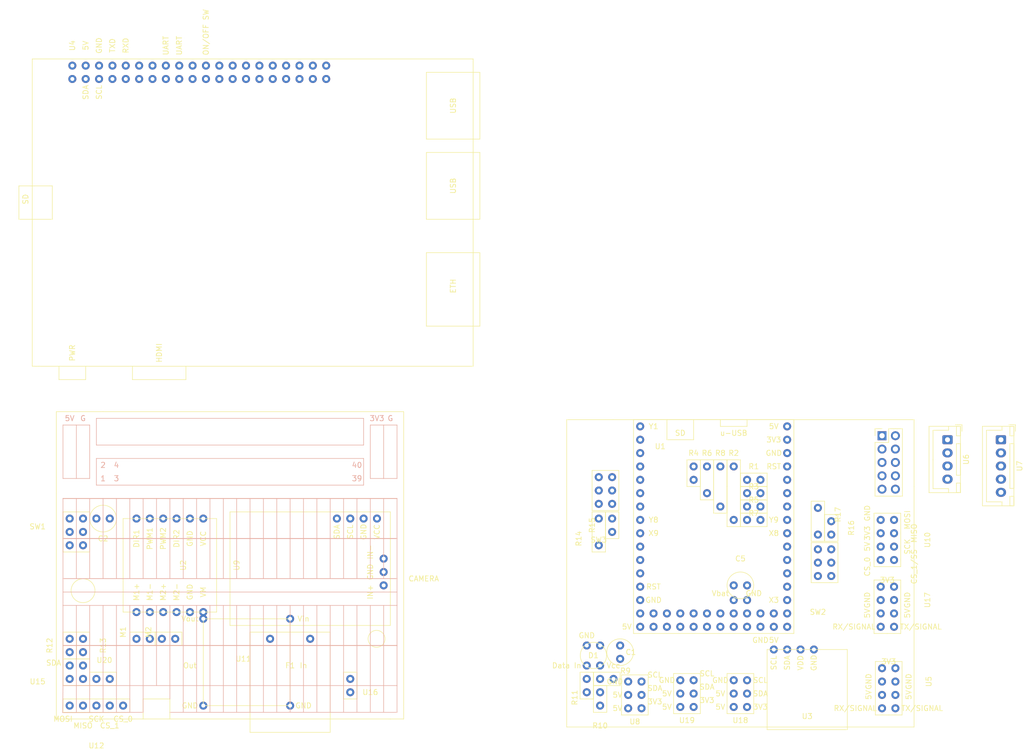
<source format=kicad_pcb>
(kicad_pcb (version 20171130) (host pcbnew "(5.1.5)-3")

  (general
    (thickness 1.6)
    (drawings 199)
    (tracks 0)
    (zones 0)
    (modules 46)
    (nets 105)
  )

  (page A4)
  (layers
    (0 F.Cu signal)
    (31 B.Cu signal)
    (32 B.Adhes user)
    (33 F.Adhes user)
    (34 B.Paste user)
    (35 F.Paste user)
    (36 B.SilkS user)
    (37 F.SilkS user)
    (38 B.Mask user)
    (39 F.Mask user)
    (40 Dwgs.User user)
    (41 Cmts.User user)
    (42 Eco1.User user)
    (43 Eco2.User user)
    (44 Edge.Cuts user)
    (45 Margin user)
    (46 B.CrtYd user)
    (47 F.CrtYd user)
    (48 B.Fab user)
    (49 F.Fab user)
  )

  (setup
    (last_trace_width 0.25)
    (trace_clearance 0.2)
    (zone_clearance 0.508)
    (zone_45_only no)
    (trace_min 0.2)
    (via_size 0.8)
    (via_drill 0.4)
    (via_min_size 0.4)
    (via_min_drill 0.3)
    (uvia_size 0.3)
    (uvia_drill 0.1)
    (uvias_allowed no)
    (uvia_min_size 0.2)
    (uvia_min_drill 0.1)
    (edge_width 0.05)
    (segment_width 0.2)
    (pcb_text_width 0.3)
    (pcb_text_size 1.5 1.5)
    (mod_edge_width 0.12)
    (mod_text_size 1 1)
    (mod_text_width 0.15)
    (pad_size 1.524 1.524)
    (pad_drill 0.762)
    (pad_to_mask_clearance 0.051)
    (solder_mask_min_width 0.25)
    (aux_axis_origin 0 0)
    (grid_origin 10.16 199.898)
    (visible_elements 7FFFFFFF)
    (pcbplotparams
      (layerselection 0x010fc_ffffffff)
      (usegerberextensions false)
      (usegerberattributes false)
      (usegerberadvancedattributes false)
      (creategerberjobfile false)
      (excludeedgelayer true)
      (linewidth 0.100000)
      (plotframeref false)
      (viasonmask false)
      (mode 1)
      (useauxorigin false)
      (hpglpennumber 1)
      (hpglpenspeed 20)
      (hpglpendiameter 15.000000)
      (psnegative false)
      (psa4output false)
      (plotreference true)
      (plotvalue true)
      (plotinvisibletext false)
      (padsonsilk false)
      (subtractmaskfromsilk false)
      (outputformat 1)
      (mirror false)
      (drillshape 1)
      (scaleselection 1)
      (outputdirectory ""))
  )

  (net 0 "")
  (net 1 "Net-(U4-Pad40)")
  (net 2 "Net-(U4-Pad39)")
  (net 3 "Net-(U4-Pad38)")
  (net 4 "Net-(U4-Pad37)")
  (net 5 "Net-(U4-Pad36)")
  (net 6 "Net-(U4-Pad35)")
  (net 7 "Net-(U4-Pad34)")
  (net 8 "Net-(U4-Pad33)")
  (net 9 "Net-(U4-Pad32)")
  (net 10 "Net-(U4-Pad31)")
  (net 11 "Net-(U4-Pad30)")
  (net 12 "Net-(U4-Pad29)")
  (net 13 "Net-(U4-Pad28)")
  (net 14 "Net-(U4-Pad27)")
  (net 15 "Net-(U4-Pad25)")
  (net 16 "Net-(U4-Pad17)")
  (net 17 "Net-(U4-Pad15)")
  (net 18 "Net-(U4-Pad14)")
  (net 19 "Net-(U4-Pad13)")
  (net 20 "Net-(U4-Pad12)")
  (net 21 "Net-(U4-Pad11)")
  (net 22 "Net-(U4-Pad9)")
  (net 23 "Net-(U4-Pad7)")
  (net 24 "Net-(U4-Pad2)")
  (net 25 "Net-(U2-Pad12)")
  (net 26 "Net-(R1-Pad2)")
  (net 27 "Net-(R1-Pad1)")
  (net 28 "Net-(R2-Pad2)")
  (net 29 "Net-(R3-Pad2)")
  (net 30 "Net-(R3-Pad1)")
  (net 31 "Net-(R5-Pad2)")
  (net 32 "Net-(R5-Pad1)")
  (net 33 "Net-(R7-Pad1)")
  (net 34 "Net-(U1-PadY15)")
  (net 35 "Net-(U1-PadY16)")
  (net 36 "Net-(U1-PadX7)")
  (net 37 "Net-(U1-PadX4)")
  (net 38 "Net-(U1-PadY14)")
  (net 39 "Net-(U1-PadX3)")
  (net 40 "Net-(U1-PadX5)")
  (net 41 "Net-(U1-PadX6)")
  (net 42 "Net-(U1-PadY13)")
  (net 43 "Net-(U1-PadX8)")
  (net 44 "Net-(U1-PadX2)")
  (net 45 "Net-(U1-PadX1)")
  (net 46 "Net-(U1-PadX16)")
  (net 47 "Net-(U1-PadX15)")
  (net 48 "Net-(U1-PadX14)")
  (net 49 "Net-(U1-PadX13)")
  (net 50 "Net-(U1-PadY8)")
  (net 51 "Net-(U1-PadY6)")
  (net 52 "Net-(U1-PadY5)")
  (net 53 "Net-(U1-PadY4)")
  (net 54 "Net-(U1-PadY3)")
  (net 55 "Net-(U10-Pad1)")
  (net 56 "Net-(U11-Pad2)")
  (net 57 "Net-(C1-Pad2)")
  (net 58 GND)
  (net 59 5V)
  (net 60 "Net-(D1-Pad4)")
  (net 61 "Net-(D1-Pad1)")
  (net 62 "Net-(F1-Pad2)")
  (net 63 "Net-(F1-Pad1)")
  (net 64 "Net-(R11-Pad1)")
  (net 65 "Net-(R12-Pad2)")
  (net 66 3V3)
  (net 67 "Net-(R13-Pad2)")
  (net 68 "Net-(R14-Pad1)")
  (net 69 "Net-(R15-Pad1)")
  (net 70 "Net-(R16-Pad1)")
  (net 71 "Net-(R17-Pad1)")
  (net 72 "RPi(RX)-Pyb(TX)")
  (net 73 "RPi(TX)-Pyb(RX)")
  (net 74 "Net-(M2-Pad1)")
  (net 75 "Net-(M2-Pad2)")
  (net 76 "Net-(M1-Pad1)")
  (net 77 "Net-(M1-Pad2)")
  (net 78 "Net-(SW11-Pad1)")
  (net 79 "Net-(SW11-Pad3)")
  (net 80 "Net-(U20-Pad2)")
  (net 81 "Net-(U20-Pad1)")
  (net 82 "Net-(U5-Pad7)")
  (net 83 "Net-(U5-Pad6)")
  (net 84 "Net-(U5-Pad5)")
  (net 85 Vlipo)
  (net 86 "Net-(SW20-Pad2)")
  (net 87 "Net-(U12-Pad4)")
  (net 88 "Net-(U12-Pad5)")
  (net 89 "Net-(U12-Pad3)")
  (net 90 "Net-(U12-Pad2)")
  (net 91 "Net-(U12-Pad1)")
  (net 92 "Net-(R12-Pad1)")
  (net 93 "Net-(R14-Pad2)")
  (net 94 "Net-(R16-Pad2)")
  (net 95 "Net-(SW1-Pad3)")
  (net 96 "Net-(R13-Pad1)")
  (net 97 "Net-(R15-Pad2)")
  (net 98 "Net-(R17-Pad2)")
  (net 99 "Net-(SW1-Pad6)")
  (net 100 "Net-(SW2-Pad6)")
  (net 101 "Net-(SW2-Pad3)")
  (net 102 "Net-(SW3-Pad6)")
  (net 103 "Net-(SW3-Pad3)")
  (net 104 "Net-(C5-Pad2)")

  (net_class Default "This is the default net class."
    (clearance 0.2)
    (trace_width 0.25)
    (via_dia 0.8)
    (via_drill 0.4)
    (uvia_dia 0.3)
    (uvia_drill 0.1)
    (add_net 3V3)
    (add_net 5V)
    (add_net GND)
    (add_net "Net-(C1-Pad2)")
    (add_net "Net-(C5-Pad2)")
    (add_net "Net-(D1-Pad1)")
    (add_net "Net-(D1-Pad4)")
    (add_net "Net-(F1-Pad1)")
    (add_net "Net-(F1-Pad2)")
    (add_net "Net-(M1-Pad1)")
    (add_net "Net-(M1-Pad2)")
    (add_net "Net-(M2-Pad1)")
    (add_net "Net-(M2-Pad2)")
    (add_net "Net-(R1-Pad1)")
    (add_net "Net-(R1-Pad2)")
    (add_net "Net-(R11-Pad1)")
    (add_net "Net-(R12-Pad1)")
    (add_net "Net-(R12-Pad2)")
    (add_net "Net-(R13-Pad1)")
    (add_net "Net-(R13-Pad2)")
    (add_net "Net-(R14-Pad1)")
    (add_net "Net-(R14-Pad2)")
    (add_net "Net-(R15-Pad1)")
    (add_net "Net-(R15-Pad2)")
    (add_net "Net-(R16-Pad1)")
    (add_net "Net-(R16-Pad2)")
    (add_net "Net-(R17-Pad1)")
    (add_net "Net-(R17-Pad2)")
    (add_net "Net-(R2-Pad2)")
    (add_net "Net-(R3-Pad1)")
    (add_net "Net-(R3-Pad2)")
    (add_net "Net-(R5-Pad1)")
    (add_net "Net-(R5-Pad2)")
    (add_net "Net-(R7-Pad1)")
    (add_net "Net-(SW1-Pad3)")
    (add_net "Net-(SW1-Pad6)")
    (add_net "Net-(SW11-Pad1)")
    (add_net "Net-(SW11-Pad3)")
    (add_net "Net-(SW2-Pad3)")
    (add_net "Net-(SW2-Pad6)")
    (add_net "Net-(SW20-Pad2)")
    (add_net "Net-(SW3-Pad3)")
    (add_net "Net-(SW3-Pad6)")
    (add_net "Net-(U1-PadX1)")
    (add_net "Net-(U1-PadX13)")
    (add_net "Net-(U1-PadX14)")
    (add_net "Net-(U1-PadX15)")
    (add_net "Net-(U1-PadX16)")
    (add_net "Net-(U1-PadX2)")
    (add_net "Net-(U1-PadX3)")
    (add_net "Net-(U1-PadX4)")
    (add_net "Net-(U1-PadX5)")
    (add_net "Net-(U1-PadX6)")
    (add_net "Net-(U1-PadX7)")
    (add_net "Net-(U1-PadX8)")
    (add_net "Net-(U1-PadY13)")
    (add_net "Net-(U1-PadY14)")
    (add_net "Net-(U1-PadY15)")
    (add_net "Net-(U1-PadY16)")
    (add_net "Net-(U1-PadY3)")
    (add_net "Net-(U1-PadY4)")
    (add_net "Net-(U1-PadY5)")
    (add_net "Net-(U1-PadY6)")
    (add_net "Net-(U1-PadY8)")
    (add_net "Net-(U10-Pad1)")
    (add_net "Net-(U11-Pad2)")
    (add_net "Net-(U12-Pad1)")
    (add_net "Net-(U12-Pad2)")
    (add_net "Net-(U12-Pad3)")
    (add_net "Net-(U12-Pad4)")
    (add_net "Net-(U12-Pad5)")
    (add_net "Net-(U2-Pad12)")
    (add_net "Net-(U20-Pad1)")
    (add_net "Net-(U20-Pad2)")
    (add_net "Net-(U4-Pad11)")
    (add_net "Net-(U4-Pad12)")
    (add_net "Net-(U4-Pad13)")
    (add_net "Net-(U4-Pad14)")
    (add_net "Net-(U4-Pad15)")
    (add_net "Net-(U4-Pad17)")
    (add_net "Net-(U4-Pad2)")
    (add_net "Net-(U4-Pad25)")
    (add_net "Net-(U4-Pad27)")
    (add_net "Net-(U4-Pad28)")
    (add_net "Net-(U4-Pad29)")
    (add_net "Net-(U4-Pad30)")
    (add_net "Net-(U4-Pad31)")
    (add_net "Net-(U4-Pad32)")
    (add_net "Net-(U4-Pad33)")
    (add_net "Net-(U4-Pad34)")
    (add_net "Net-(U4-Pad35)")
    (add_net "Net-(U4-Pad36)")
    (add_net "Net-(U4-Pad37)")
    (add_net "Net-(U4-Pad38)")
    (add_net "Net-(U4-Pad39)")
    (add_net "Net-(U4-Pad40)")
    (add_net "Net-(U4-Pad7)")
    (add_net "Net-(U4-Pad9)")
    (add_net "Net-(U5-Pad5)")
    (add_net "Net-(U5-Pad6)")
    (add_net "Net-(U5-Pad7)")
    (add_net "RPi(RX)-Pyb(TX)")
    (add_net "RPi(TX)-Pyb(RX)")
    (add_net Vlipo)
  )

  (module Connector_PinHeader_2.54mm:PinHeader_2x05_P2.54mm_Vertical (layer F.Cu) (tedit 59FED5CC) (tstamp 5EA8B4EC)
    (at 176.784 85.598)
    (descr "Through hole straight pin header, 2x05, 2.54mm pitch, double rows")
    (tags "Through hole pin header THT 2x05 2.54mm double row")
    (fp_text reference JST (at 1.524 3.556 180) (layer F.SilkS) hide
      (effects (font (size 1 1) (thickness 0.15)))
    )
    (fp_text value "Battery voltage" (at -3.048 5.08 90) (layer F.Fab)
      (effects (font (size 1 1) (thickness 0.15)))
    )
    (fp_text user %R (at 1.27 5.08 90) (layer F.Fab)
      (effects (font (size 1 1) (thickness 0.15)))
    )
    (fp_line (start 4.35 -1.8) (end -1.8 -1.8) (layer F.CrtYd) (width 0.05))
    (fp_line (start 4.35 11.95) (end 4.35 -1.8) (layer F.CrtYd) (width 0.05))
    (fp_line (start -1.8 11.95) (end 4.35 11.95) (layer F.CrtYd) (width 0.05))
    (fp_line (start -1.8 -1.8) (end -1.8 11.95) (layer F.CrtYd) (width 0.05))
    (fp_line (start -1.33 -1.33) (end 0 -1.33) (layer F.SilkS) (width 0.12))
    (fp_line (start -1.33 0) (end -1.33 -1.33) (layer F.SilkS) (width 0.12))
    (fp_line (start 1.27 -1.33) (end 3.87 -1.33) (layer F.SilkS) (width 0.12))
    (fp_line (start 1.27 1.27) (end 1.27 -1.33) (layer F.SilkS) (width 0.12))
    (fp_line (start -1.33 1.27) (end 1.27 1.27) (layer F.SilkS) (width 0.12))
    (fp_line (start 3.87 -1.33) (end 3.87 11.49) (layer F.SilkS) (width 0.12))
    (fp_line (start -1.33 1.27) (end -1.33 11.49) (layer F.SilkS) (width 0.12))
    (fp_line (start -1.33 11.49) (end 3.87 11.49) (layer F.SilkS) (width 0.12))
    (fp_line (start -1.27 0) (end 0 -1.27) (layer F.Fab) (width 0.1))
    (fp_line (start -1.27 11.43) (end -1.27 0) (layer F.Fab) (width 0.1))
    (fp_line (start 3.81 11.43) (end -1.27 11.43) (layer F.Fab) (width 0.1))
    (fp_line (start 3.81 -1.27) (end 3.81 11.43) (layer F.Fab) (width 0.1))
    (fp_line (start 0 -1.27) (end 3.81 -1.27) (layer F.Fab) (width 0.1))
    (pad 10 thru_hole oval (at 2.54 10.16) (size 1.7 1.7) (drill 1) (layers *.Cu *.Mask))
    (pad 9 thru_hole oval (at 0 10.16) (size 1.7 1.7) (drill 1) (layers *.Cu *.Mask))
    (pad 8 thru_hole oval (at 2.54 7.62) (size 1.7 1.7) (drill 1) (layers *.Cu *.Mask))
    (pad 7 thru_hole oval (at 0 7.62) (size 1.7 1.7) (drill 1) (layers *.Cu *.Mask))
    (pad 6 thru_hole oval (at 2.54 5.08) (size 1.7 1.7) (drill 1) (layers *.Cu *.Mask))
    (pad 5 thru_hole oval (at 0 5.08) (size 1.7 1.7) (drill 1) (layers *.Cu *.Mask))
    (pad 4 thru_hole oval (at 2.54 2.54) (size 1.7 1.7) (drill 1) (layers *.Cu *.Mask))
    (pad 3 thru_hole oval (at 0 2.54) (size 1.7 1.7) (drill 1) (layers *.Cu *.Mask))
    (pad 2 thru_hole oval (at 2.54 0) (size 1.7 1.7) (drill 1) (layers *.Cu *.Mask))
    (pad 1 thru_hole rect (at 0 0) (size 1.7 1.7) (drill 1) (layers *.Cu *.Mask))
    (model ${KISYS3DMOD}/Connector_PinHeader_2.54mm.3dshapes/PinHeader_2x05_P2.54mm_Vertical.wrl
      (at (xyz 0 0 0))
      (scale (xyz 1 1 1))
      (rotate (xyz 0 0 0))
    )
  )

  (module stripboard:R (layer F.Cu) (tedit 5E6BDC63) (tstamp 5E6C32A5)
    (at 122.936 106.426 90)
    (path /5E84498A)
    (fp_text reference R14 (at 1.27 -3.81 90) (layer F.SilkS)
      (effects (font (size 1 1) (thickness 0.15)))
    )
    (fp_text value 10k (at 1.27 -2.54 90) (layer F.Fab)
      (effects (font (size 1 1) (thickness 0.15)))
    )
    (fp_line (start 3.81 -1.27) (end -1.27 -1.27) (layer F.SilkS) (width 0.12))
    (fp_line (start -1.27 1.27) (end 3.81 1.27) (layer F.SilkS) (width 0.12))
    (fp_line (start -1.27 -1.27) (end -1.27 1.27) (layer F.SilkS) (width 0.12))
    (fp_line (start 3.81 -1.27) (end 6.35 -1.27) (layer F.SilkS) (width 0.12))
    (fp_line (start 6.35 -1.27) (end 6.35 1.27) (layer F.SilkS) (width 0.12))
    (fp_line (start 6.35 1.27) (end 3.81 1.27) (layer F.SilkS) (width 0.12))
    (pad 2 thru_hole circle (at 5.08 0 90) (size 1.524 1.524) (drill 0.762) (layers *.Cu *.Mask)
      (net 93 "Net-(R14-Pad2)"))
    (pad 1 thru_hole circle (at 0 0 90) (size 1.524 1.524) (drill 0.762) (layers *.Cu *.Mask)
      (net 68 "Net-(R14-Pad1)"))
  )

  (module stripboard:R (layer F.Cu) (tedit 5E6BDBEA) (tstamp 5E6C4B7E)
    (at 164.592 99.314 270)
    (path /5E93C002)
    (fp_text reference R17 (at 1.27 -3.81 270) (layer F.SilkS)
      (effects (font (size 1 1) (thickness 0.15)))
    )
    (fp_text value 10k (at 1.27 -2.54 270) (layer F.Fab)
      (effects (font (size 1 1) (thickness 0.15)))
    )
    (fp_line (start 3.81 -1.27) (end -1.27 -1.27) (layer F.SilkS) (width 0.12))
    (fp_line (start -1.27 1.27) (end 3.81 1.27) (layer F.SilkS) (width 0.12))
    (fp_line (start -1.27 -1.27) (end -1.27 1.27) (layer F.SilkS) (width 0.12))
    (fp_line (start 3.81 -1.27) (end 6.35 -1.27) (layer F.SilkS) (width 0.12))
    (fp_line (start 6.35 -1.27) (end 6.35 1.27) (layer F.SilkS) (width 0.12))
    (fp_line (start 6.35 1.27) (end 3.81 1.27) (layer F.SilkS) (width 0.12))
    (pad 2 thru_hole circle (at 5.08 0 270) (size 1.524 1.524) (drill 0.762) (layers *.Cu *.Mask)
      (net 98 "Net-(R17-Pad2)"))
    (pad 1 thru_hole circle (at 0 0 270) (size 1.524 1.524) (drill 0.762) (layers *.Cu *.Mask)
      (net 71 "Net-(R17-Pad1)"))
  )

  (module stripboard:R (layer F.Cu) (tedit 5E6A87A1) (tstamp 5E6C4B74)
    (at 167.132 101.854 270)
    (path /5E93BFFC)
    (fp_text reference R16 (at 1.27 -3.81 90) (layer F.SilkS)
      (effects (font (size 1 1) (thickness 0.15)))
    )
    (fp_text value 10k (at 1.27 -2.54 90) (layer F.Fab)
      (effects (font (size 1 1) (thickness 0.15)))
    )
    (fp_line (start 3.81 -1.27) (end -1.27 -1.27) (layer F.SilkS) (width 0.12))
    (fp_line (start 3.81 1.27) (end 3.81 -1.27) (layer F.SilkS) (width 0.12))
    (fp_line (start -1.27 1.27) (end 3.81 1.27) (layer F.SilkS) (width 0.12))
    (fp_line (start -1.27 -1.27) (end -1.27 1.27) (layer F.SilkS) (width 0.12))
    (pad 2 thru_hole circle (at 2.54 0 270) (size 1.524 1.524) (drill 0.762) (layers *.Cu *.Mask)
      (net 94 "Net-(R16-Pad2)"))
    (pad 1 thru_hole circle (at 0 0 270) (size 1.524 1.524) (drill 0.762) (layers *.Cu *.Mask)
      (net 70 "Net-(R16-Pad1)"))
  )

  (module stripboard:dpdt (layer F.Cu) (tedit 5E6BD833) (tstamp 5E6C3301)
    (at 122.936 104.902)
    (path /5E844983)
    (fp_text reference SW3 (at 0 0.5) (layer F.SilkS)
      (effects (font (size 1 1) (thickness 0.15)))
    )
    (fp_text value SW_Push_DPDT (at 0 -0.5) (layer F.Fab)
      (effects (font (size 1 1) (thickness 0.15)))
    )
    (fp_line (start 3.81 -12.7) (end -1.27 -12.7) (layer F.SilkS) (width 0.12))
    (fp_line (start 3.81 -5.08) (end 3.81 -12.7) (layer F.SilkS) (width 0.12))
    (fp_line (start -1.27 -5.08) (end 3.81 -5.08) (layer F.SilkS) (width 0.12))
    (fp_line (start -1.27 -12.7) (end -1.27 -5.08) (layer F.SilkS) (width 0.12))
    (pad 6 thru_hole circle (at 2.54 -6.35) (size 1.524 1.524) (drill 0.762) (layers *.Cu *.Mask)
      (net 102 "Net-(SW3-Pad6)"))
    (pad 5 thru_hole circle (at 2.54 -8.89) (size 1.524 1.524) (drill 0.762) (layers *.Cu *.Mask)
      (net 66 3V3))
    (pad 4 thru_hole circle (at 2.54 -11.43) (size 1.524 1.524) (drill 0.762) (layers *.Cu *.Mask)
      (net 97 "Net-(R15-Pad2)"))
    (pad 3 thru_hole circle (at 0 -6.35) (size 1.524 1.524) (drill 0.762) (layers *.Cu *.Mask)
      (net 103 "Net-(SW3-Pad3)"))
    (pad 2 thru_hole circle (at 0 -8.89) (size 1.524 1.524) (drill 0.762) (layers *.Cu *.Mask)
      (net 66 3V3))
    (pad 1 thru_hole circle (at 0 -11.43) (size 1.524 1.524) (drill 0.762) (layers *.Cu *.Mask)
      (net 93 "Net-(R14-Pad2)"))
  )

  (module stripboard:dpdt (layer F.Cu) (tedit 5E6BD833) (tstamp 5E6C32F3)
    (at 164.592 118.618)
    (path /5E6D36D2)
    (fp_text reference SW2 (at 0 0.5) (layer F.SilkS)
      (effects (font (size 1 1) (thickness 0.15)))
    )
    (fp_text value SW_Push_DPDT (at 0 -0.5) (layer F.Fab)
      (effects (font (size 1 1) (thickness 0.15)))
    )
    (fp_line (start 3.81 -12.7) (end -1.27 -12.7) (layer F.SilkS) (width 0.12))
    (fp_line (start 3.81 -5.08) (end 3.81 -12.7) (layer F.SilkS) (width 0.12))
    (fp_line (start -1.27 -5.08) (end 3.81 -5.08) (layer F.SilkS) (width 0.12))
    (fp_line (start -1.27 -12.7) (end -1.27 -5.08) (layer F.SilkS) (width 0.12))
    (pad 6 thru_hole circle (at 2.54 -6.35) (size 1.524 1.524) (drill 0.762) (layers *.Cu *.Mask)
      (net 100 "Net-(SW2-Pad6)"))
    (pad 5 thru_hole circle (at 2.54 -8.89) (size 1.524 1.524) (drill 0.762) (layers *.Cu *.Mask)
      (net 66 3V3))
    (pad 4 thru_hole circle (at 2.54 -11.43) (size 1.524 1.524) (drill 0.762) (layers *.Cu *.Mask)
      (net 98 "Net-(R17-Pad2)"))
    (pad 3 thru_hole circle (at 0 -6.35) (size 1.524 1.524) (drill 0.762) (layers *.Cu *.Mask)
      (net 101 "Net-(SW2-Pad3)"))
    (pad 2 thru_hole circle (at 0 -8.89) (size 1.524 1.524) (drill 0.762) (layers *.Cu *.Mask)
      (net 66 3V3))
    (pad 1 thru_hole circle (at 0 -11.43) (size 1.524 1.524) (drill 0.762) (layers *.Cu *.Mask)
      (net 94 "Net-(R16-Pad2)"))
  )

  (module stripboard:dpdt (layer F.Cu) (tedit 5E6BD833) (tstamp 5E6C7AFF)
    (at 24.892 94.996 180)
    (path /5E8A3860)
    (fp_text reference SW1 (at 8.636 -7.874) (layer F.SilkS)
      (effects (font (size 1 1) (thickness 0.15)))
    )
    (fp_text value SW_Push_DPDT (at 10.16 -6.35) (layer F.Fab)
      (effects (font (size 1 1) (thickness 0.15)))
    )
    (fp_line (start 3.81 -12.7) (end -1.27 -12.7) (layer F.SilkS) (width 0.12))
    (fp_line (start 3.81 -5.08) (end 3.81 -12.7) (layer F.SilkS) (width 0.12))
    (fp_line (start -1.27 -5.08) (end 3.81 -5.08) (layer F.SilkS) (width 0.12))
    (fp_line (start -1.27 -12.7) (end -1.27 -5.08) (layer F.SilkS) (width 0.12))
    (pad 6 thru_hole circle (at 2.54 -6.35 180) (size 1.524 1.524) (drill 0.762) (layers *.Cu *.Mask)
      (net 99 "Net-(SW1-Pad6)"))
    (pad 5 thru_hole circle (at 2.54 -8.89 180) (size 1.524 1.524) (drill 0.762) (layers *.Cu *.Mask)
      (net 66 3V3))
    (pad 4 thru_hole circle (at 2.54 -11.43 180) (size 1.524 1.524) (drill 0.762) (layers *.Cu *.Mask)
      (net 67 "Net-(R13-Pad2)"))
    (pad 3 thru_hole circle (at 0 -6.35 180) (size 1.524 1.524) (drill 0.762) (layers *.Cu *.Mask)
      (net 95 "Net-(SW1-Pad3)"))
    (pad 2 thru_hole circle (at 0 -8.89 180) (size 1.524 1.524) (drill 0.762) (layers *.Cu *.Mask)
      (net 66 3V3))
    (pad 1 thru_hole circle (at 0 -11.43 180) (size 1.524 1.524) (drill 0.762) (layers *.Cu *.Mask)
      (net 65 "Net-(R12-Pad2)"))
  )

  (module stripboard:R (layer F.Cu) (tedit 5E6A87A1) (tstamp 5E6C32AF)
    (at 125.476 103.886 90)
    (path /5E84497C)
    (fp_text reference R15 (at 1.27 -3.81 90) (layer F.SilkS)
      (effects (font (size 1 1) (thickness 0.15)))
    )
    (fp_text value 10k (at 1.27 -2.54 90) (layer F.Fab)
      (effects (font (size 1 1) (thickness 0.15)))
    )
    (fp_line (start 3.81 -1.27) (end -1.27 -1.27) (layer F.SilkS) (width 0.12))
    (fp_line (start 3.81 1.27) (end 3.81 -1.27) (layer F.SilkS) (width 0.12))
    (fp_line (start -1.27 1.27) (end 3.81 1.27) (layer F.SilkS) (width 0.12))
    (fp_line (start -1.27 -1.27) (end -1.27 1.27) (layer F.SilkS) (width 0.12))
    (pad 2 thru_hole circle (at 2.54 0 90) (size 1.524 1.524) (drill 0.762) (layers *.Cu *.Mask)
      (net 97 "Net-(R15-Pad2)"))
    (pad 1 thru_hole circle (at 0 0 90) (size 1.524 1.524) (drill 0.762) (layers *.Cu *.Mask)
      (net 69 "Net-(R15-Pad1)"))
  )

  (module stripboard:R (layer F.Cu) (tedit 5E6A87A1) (tstamp 5E6C7B22)
    (at 24.892 124.206 270)
    (path /5E8A3859)
    (fp_text reference R13 (at 1.27 -3.81 90) (layer F.SilkS)
      (effects (font (size 1 1) (thickness 0.15)))
    )
    (fp_text value 10k (at 1.27 -2.54 90) (layer F.Fab)
      (effects (font (size 1 1) (thickness 0.15)))
    )
    (fp_line (start 3.81 -1.27) (end -1.27 -1.27) (layer F.SilkS) (width 0.12))
    (fp_line (start 3.81 1.27) (end 3.81 -1.27) (layer F.SilkS) (width 0.12))
    (fp_line (start -1.27 1.27) (end 3.81 1.27) (layer F.SilkS) (width 0.12))
    (fp_line (start -1.27 -1.27) (end -1.27 1.27) (layer F.SilkS) (width 0.12))
    (pad 2 thru_hole circle (at 2.54 0 270) (size 1.524 1.524) (drill 0.762) (layers *.Cu *.Mask)
      (net 67 "Net-(R13-Pad2)"))
    (pad 1 thru_hole circle (at 0 0 270) (size 1.524 1.524) (drill 0.762) (layers *.Cu *.Mask)
      (net 96 "Net-(R13-Pad1)"))
  )

  (module stripboard:R (layer F.Cu) (tedit 5E6A87A1) (tstamp 5E6C7B3D)
    (at 22.352 126.746 90)
    (path /5E8A3867)
    (fp_text reference R12 (at 1.27 -3.81 90) (layer F.SilkS)
      (effects (font (size 1 1) (thickness 0.15)))
    )
    (fp_text value 10k (at 1.27 -2.54 90) (layer F.Fab)
      (effects (font (size 1 1) (thickness 0.15)))
    )
    (fp_line (start 3.81 -1.27) (end -1.27 -1.27) (layer F.SilkS) (width 0.12))
    (fp_line (start 3.81 1.27) (end 3.81 -1.27) (layer F.SilkS) (width 0.12))
    (fp_line (start -1.27 1.27) (end 3.81 1.27) (layer F.SilkS) (width 0.12))
    (fp_line (start -1.27 -1.27) (end -1.27 1.27) (layer F.SilkS) (width 0.12))
    (pad 2 thru_hole circle (at 2.54 0 90) (size 1.524 1.524) (drill 0.762) (layers *.Cu *.Mask)
      (net 65 "Net-(R12-Pad2)"))
    (pad 1 thru_hole circle (at 0 0 90) (size 1.524 1.524) (drill 0.762) (layers *.Cu *.Mask)
      (net 92 "Net-(R12-Pad1)"))
  )

  (module stripboard:screw-terminal (layer F.Cu) (tedit 5E6A89BA) (tstamp 5E6C7B79)
    (at 38.862 125.476 90)
    (path /5E832AE6)
    (fp_text reference M1 (at 2.54 -6.35 90) (layer F.SilkS)
      (effects (font (size 1 1) (thickness 0.15)))
    )
    (fp_text value Motor_DC (at -6.35 -6.35 90) (layer F.Fab)
      (effects (font (size 1 1) (thickness 0.15)))
    )
    (fp_line (start 2.54 -5.08) (end 0 -5.08) (layer F.SilkS) (width 0.12))
    (fp_line (start 2.54 0) (end 2.54 -5.08) (layer F.SilkS) (width 0.12))
    (fp_line (start 0 0) (end 2.54 0) (layer F.SilkS) (width 0.12))
    (fp_line (start 0 -5.08) (end 0 0) (layer F.SilkS) (width 0.12))
    (pad 2 thru_hole circle (at 1.27 -1.27 90) (size 1.524 1.524) (drill 0.762) (layers *.Cu *.Mask)
      (net 77 "Net-(M1-Pad2)"))
    (pad 1 thru_hole circle (at 1.27 -3.81 90) (size 1.524 1.524) (drill 0.762) (layers *.Cu *.Mask)
      (net 76 "Net-(M1-Pad1)"))
  )

  (module stripboard:screw-terminal (layer F.Cu) (tedit 5E6A89BA) (tstamp 5E6C7BAF)
    (at 43.688 125.476 90)
    (path /5E832281)
    (fp_text reference M2 (at 2.54 -6.35 90) (layer F.SilkS)
      (effects (font (size 1 1) (thickness 0.15)))
    )
    (fp_text value Motor_DC (at -6.35 -6.35 90) (layer F.Fab)
      (effects (font (size 1 1) (thickness 0.15)))
    )
    (fp_line (start 2.54 -5.08) (end 0 -5.08) (layer F.SilkS) (width 0.12))
    (fp_line (start 2.54 0) (end 2.54 -5.08) (layer F.SilkS) (width 0.12))
    (fp_line (start 0 0) (end 2.54 0) (layer F.SilkS) (width 0.12))
    (fp_line (start 0 -5.08) (end 0 0) (layer F.SilkS) (width 0.12))
    (pad 2 thru_hole circle (at 1.27 -1.27 90) (size 1.524 1.524) (drill 0.762) (layers *.Cu *.Mask)
      (net 75 "Net-(M2-Pad2)"))
    (pad 1 thru_hole circle (at 1.27 -3.81 90) (size 1.524 1.524) (drill 0.762) (layers *.Cu *.Mask)
      (net 74 "Net-(M2-Pad1)"))
  )

  (module stripboard:TB6612 (layer F.Cu) (tedit 5E6ACFFD) (tstamp 5E6C7BE0)
    (at 36.322 114.046 90)
    (path /5E620EC5)
    (fp_text reference U2 (at 3.81 7.62 90) (layer F.SilkS)
      (effects (font (size 1 1) (thickness 0.15)))
    )
    (fp_text value TB6612 (at 3.81 5.08 90) (layer F.Fab)
      (effects (font (size 1 1) (thickness 0.15)))
    )
    (fp_line (start 12.7 -3.81) (end -5.08 -3.81) (layer F.SilkS) (width 0.12))
    (fp_line (start 12.7 13.97) (end 12.7 -3.81) (layer F.SilkS) (width 0.12))
    (fp_line (start -5.08 13.97) (end 12.7 13.97) (layer F.SilkS) (width 0.12))
    (fp_line (start -5.08 -3.81) (end -5.08 13.97) (layer F.SilkS) (width 0.12))
    (fp_text user M1- (at -1.27 1.27 90) (layer F.SilkS)
      (effects (font (size 1 1) (thickness 0.15)))
    )
    (fp_text user M2+ (at -1.27 3.81 90) (layer F.SilkS)
      (effects (font (size 1 1) (thickness 0.15)))
    )
    (fp_text user M2- (at -1.27 6.35 90) (layer F.SilkS)
      (effects (font (size 1 1) (thickness 0.15)))
    )
    (fp_text user GND (at -1.27 8.89 90) (layer F.SilkS)
      (effects (font (size 1 1) (thickness 0.15)))
    )
    (fp_text user VM (at -1.27 11.43 90) (layer F.SilkS)
      (effects (font (size 1 1) (thickness 0.15)))
    )
    (fp_text user VCC (at 8.89 11.43 90) (layer F.SilkS)
      (effects (font (size 1 1) (thickness 0.15)))
    )
    (fp_text user GND (at 8.89 8.89 90) (layer F.SilkS)
      (effects (font (size 1 1) (thickness 0.15)))
    )
    (fp_text user DIR2 (at 8.89 6.35 90) (layer F.SilkS)
      (effects (font (size 1 1) (thickness 0.15)))
    )
    (fp_text user PWM2 (at 8.89 3.81 90) (layer F.SilkS)
      (effects (font (size 1 1) (thickness 0.15)))
    )
    (fp_text user PWM1 (at 8.89 1.27 90) (layer F.SilkS)
      (effects (font (size 1 1) (thickness 0.15)))
    )
    (fp_text user DIR1 (at 8.89 -1.27 90) (layer F.SilkS)
      (effects (font (size 1 1) (thickness 0.15)))
    )
    (fp_text user M1+ (at -1.27 -1.27 90) (layer F.SilkS)
      (effects (font (size 1 1) (thickness 0.15)))
    )
    (pad 12 thru_hole circle (at -5.08 11.43 180) (size 1.524 1.524) (drill 0.762) (layers *.Cu *.Mask)
      (net 25 "Net-(U2-Pad12)"))
    (pad 7 thru_hole circle (at -5.08 -1.27 90) (size 1.524 1.524) (drill 0.762) (layers *.Cu *.Mask)
      (net 76 "Net-(M1-Pad1)"))
    (pad 8 thru_hole circle (at -5.08 1.27 90) (size 1.524 1.524) (drill 0.762) (layers *.Cu *.Mask)
      (net 77 "Net-(M1-Pad2)"))
    (pad 9 thru_hole circle (at -5.08 3.81 90) (size 1.524 1.524) (drill 0.762) (layers *.Cu *.Mask)
      (net 74 "Net-(M2-Pad1)"))
    (pad 10 thru_hole circle (at -5.08 6.35 90) (size 1.524 1.524) (drill 0.762) (layers *.Cu *.Mask)
      (net 75 "Net-(M2-Pad2)"))
    (pad 11 thru_hole circle (at -5.08 8.89 90) (size 1.524 1.524) (drill 0.762) (layers *.Cu *.Mask)
      (net 58 GND))
    (pad 6 thru_hole circle (at 12.7 11.43 90) (size 1.524 1.524) (drill 0.762) (layers *.Cu *.Mask)
      (net 59 5V))
    (pad 5 thru_hole circle (at 12.7 8.89 90) (size 1.524 1.524) (drill 0.762) (layers *.Cu *.Mask)
      (net 58 GND))
    (pad 4 thru_hole circle (at 12.7 6.35 90) (size 1.524 1.524) (drill 0.762) (layers *.Cu *.Mask)
      (net 51 "Net-(U1-PadY6)"))
    (pad 3 thru_hole circle (at 12.7 3.81 90) (size 1.524 1.524) (drill 0.762) (layers *.Cu *.Mask)
      (net 53 "Net-(U1-PadY4)"))
    (pad 2 thru_hole circle (at 12.7 1.27 90) (size 1.524 1.524) (drill 0.762) (layers *.Cu *.Mask)
      (net 54 "Net-(U1-PadY3)"))
    (pad 1 thru_hole circle (at 12.7 -1.27 90) (size 1.524 1.524) (drill 0.762) (layers *.Cu *.Mask)
      (net 52 "Net-(U1-PadY5)"))
  )

  (module stripboard:fuse (layer F.Cu) (tedit 5E6ACF72) (tstamp 5E6C7B94)
    (at 68.072 121.666 180)
    (path /5EEA94BA)
    (fp_text reference F1 (at 3.81 -7.62 180) (layer F.SilkS)
      (effects (font (size 1 1) (thickness 0.15)))
    )
    (fp_text value Fuse (at 3.81 -11.43 180) (layer F.Fab)
      (effects (font (size 1 1) (thickness 0.15)))
    )
    (fp_line (start 11.43 -1.27) (end -3.81 -1.27) (layer F.SilkS) (width 0.12))
    (fp_line (start 11.43 -20.32) (end 11.43 -1.27) (layer F.SilkS) (width 0.12))
    (fp_line (start -3.81 -20.32) (end 11.43 -20.32) (layer F.SilkS) (width 0.12))
    (fp_line (start -3.81 -1.27) (end -3.81 -20.32) (layer F.SilkS) (width 0.12))
    (pad 2 thru_hole circle (at 7.62 -2.54 180) (size 1.524 1.524) (drill 0.762) (layers *.Cu *.Mask)
      (net 62 "Net-(F1-Pad2)"))
    (pad 1 thru_hole circle (at 0 -2.54 180) (size 1.524 1.524) (drill 0.762) (layers *.Cu *.Mask)
      (net 63 "Net-(F1-Pad1)"))
  )

  (module stripboard:Neopixel (layer F.Cu) (tedit 5E6AAC48) (tstamp 5E6BE301)
    (at 118.11 128.016 270)
    (path /5E677A56)
    (fp_text reference D1 (at -0.65 -3.81 180) (layer F.SilkS)
      (effects (font (size 1 1) (thickness 0.15)))
    )
    (fp_text value NeoPixel_THT (at -7.366 -3.81 180) (layer F.Fab)
      (effects (font (size 1 1) (thickness 0.15)))
    )
    (fp_text user GND (at -4.445 -2.54 180) (layer F.SilkS)
      (effects (font (size 1 1) (thickness 0.15)))
    )
    (fp_text user Vcc (at 1.27 -7.62 180) (layer F.SilkS)
      (effects (font (size 1 1) (thickness 0.15)))
    )
    (fp_text user "Data In" (at 1.27 1.27) (layer F.SilkS)
      (effects (font (size 1 1) (thickness 0.15)))
    )
    (fp_circle (center -0.65 -3.81) (end 1.85 -3.81) (layer F.SilkS) (width 0.12))
    (pad 4 thru_hole circle (at 1.27 -2.54 270) (size 1.524 1.524) (drill 0.762) (layers *.Cu *.Mask)
      (net 60 "Net-(D1-Pad4)"))
    (pad 3 thru_hole circle (at 1.27 -5.08 270) (size 1.524 1.524) (drill 0.762) (layers *.Cu *.Mask)
      (net 57 "Net-(C1-Pad2)"))
    (pad 2 thru_hole circle (at -2.54 -2.54 270) (size 1.524 1.524) (drill 0.762) (layers *.Cu *.Mask)
      (net 58 GND))
    (pad 1 thru_hole circle (at -2.54 -5.08 270) (size 1.524 1.524) (drill 0.762) (layers *.Cu *.Mask)
      (net 61 "Net-(D1-Pad1)"))
  )

  (module stripboard:R (layer F.Cu) (tedit 5E6A9AE1) (tstamp 5E6BD57B)
    (at 148.59 91.44 270)
    (path /5E62A6E5)
    (fp_text reference R2 (at -2.54 0) (layer F.SilkS)
      (effects (font (size 1 1) (thickness 0.15)))
    )
    (fp_text value 1.8k (at 5.08 0 270) (layer F.Fab)
      (effects (font (size 1 1) (thickness 0.15)))
    )
    (fp_line (start 3.81 -1.27) (end -1.27 -1.27) (layer F.SilkS) (width 0.12))
    (fp_line (start -1.27 1.27) (end 3.81 1.27) (layer F.SilkS) (width 0.12))
    (fp_line (start -1.27 -1.27) (end -1.27 1.27) (layer F.SilkS) (width 0.12))
    (fp_line (start 3.81 -1.27) (end 11.43 -1.27) (layer F.SilkS) (width 0.12))
    (fp_line (start 11.43 -1.27) (end 11.43 1.27) (layer F.SilkS) (width 0.12))
    (fp_line (start 11.43 1.27) (end 3.81 1.27) (layer F.SilkS) (width 0.12))
    (pad 2 thru_hole circle (at 10.16 0 270) (size 1.524 1.524) (drill 0.762) (layers *.Cu *.Mask)
      (net 28 "Net-(R2-Pad2)"))
    (pad 1 thru_hole circle (at 0 0 270) (size 1.524 1.524) (drill 0.762) (layers *.Cu *.Mask)
      (net 58 GND))
  )

  (module stripboard:R (layer F.Cu) (tedit 5E6A9A92) (tstamp 5E6BD5F8)
    (at 146.05 91.44 270)
    (path /5E62C199)
    (fp_text reference R8 (at -2.54 0 180) (layer F.SilkS)
      (effects (font (size 1 1) (thickness 0.15)))
    )
    (fp_text value 1.8k (at 3.81 0 90) (layer F.Fab)
      (effects (font (size 1 1) (thickness 0.15)))
    )
    (fp_line (start 3.81 -1.27) (end -1.27 -1.27) (layer F.SilkS) (width 0.12))
    (fp_line (start -1.27 -1.27) (end -1.27 1.27) (layer F.SilkS) (width 0.12))
    (fp_line (start -1.27 1.27) (end 8.89 1.27) (layer F.SilkS) (width 0.12))
    (fp_line (start 8.89 1.27) (end 8.89 -1.27) (layer F.SilkS) (width 0.12))
    (fp_line (start 8.89 -1.27) (end 3.81 -1.27) (layer F.SilkS) (width 0.12))
    (pad 2 thru_hole circle (at 7.62 0 270) (size 1.524 1.524) (drill 0.762) (layers *.Cu *.Mask)
      (net 31 "Net-(R5-Pad2)"))
    (pad 1 thru_hole circle (at 0 0 270) (size 1.524 1.524) (drill 0.762) (layers *.Cu *.Mask)
      (net 58 GND))
  )

  (module stripboard:R (layer F.Cu) (tedit 5E6A9A62) (tstamp 5E6BD668)
    (at 143.51 91.44 270)
    (path /5E62C193)
    (fp_text reference R6 (at -2.54 0 180) (layer F.SilkS)
      (effects (font (size 1 1) (thickness 0.15)))
    )
    (fp_text value 1.8k (at 2.54 0 90) (layer F.Fab)
      (effects (font (size 1 1) (thickness 0.15)))
    )
    (fp_line (start 3.81 -1.27) (end -1.27 -1.27) (layer F.SilkS) (width 0.12))
    (fp_line (start -1.27 1.27) (end 3.81 1.27) (layer F.SilkS) (width 0.12))
    (fp_line (start -1.27 -1.27) (end -1.27 1.27) (layer F.SilkS) (width 0.12))
    (fp_line (start 3.81 1.27) (end 6.35 1.27) (layer F.SilkS) (width 0.12))
    (fp_line (start 6.35 1.27) (end 6.35 -1.27) (layer F.SilkS) (width 0.12))
    (fp_line (start 6.35 -1.27) (end 3.81 -1.27) (layer F.SilkS) (width 0.12))
    (pad 2 thru_hole circle (at 5.08 0 270) (size 1.524 1.524) (drill 0.762) (layers *.Cu *.Mask)
      (net 29 "Net-(R3-Pad2)"))
    (pad 1 thru_hole circle (at 0 0 270) (size 1.524 1.524) (drill 0.762) (layers *.Cu *.Mask)
      (net 58 GND))
  )

  (module stripboard:R (layer F.Cu) (tedit 5E6A87A1) (tstamp 5E6BD64B)
    (at 140.97 91.44 270)
    (path /5E62B459)
    (fp_text reference R4 (at -2.54 0 180) (layer F.SilkS)
      (effects (font (size 1 1) (thickness 0.15)))
    )
    (fp_text value 1.8k (at 1.27 0 90) (layer F.Fab)
      (effects (font (size 1 1) (thickness 0.15)))
    )
    (fp_line (start 3.81 -1.27) (end -1.27 -1.27) (layer F.SilkS) (width 0.12))
    (fp_line (start 3.81 1.27) (end 3.81 -1.27) (layer F.SilkS) (width 0.12))
    (fp_line (start -1.27 1.27) (end 3.81 1.27) (layer F.SilkS) (width 0.12))
    (fp_line (start -1.27 -1.27) (end -1.27 1.27) (layer F.SilkS) (width 0.12))
    (pad 2 thru_hole circle (at 2.54 0 270) (size 1.524 1.524) (drill 0.762) (layers *.Cu *.Mask)
      (net 26 "Net-(R1-Pad2)"))
    (pad 1 thru_hole circle (at 0 0 270) (size 1.524 1.524) (drill 0.762) (layers *.Cu *.Mask)
      (net 58 GND))
  )

  (module stripboard:R (layer F.Cu) (tedit 5E6A87A1) (tstamp 5E6BD630)
    (at 153.67 93.98 180)
    (path /5E6292EE)
    (fp_text reference R1 (at 1.27 2.54) (layer F.SilkS)
      (effects (font (size 1 1) (thickness 0.15)))
    )
    (fp_text value 1k (at -2.54 0) (layer F.Fab)
      (effects (font (size 1 1) (thickness 0.15)))
    )
    (fp_line (start 3.81 -1.27) (end -1.27 -1.27) (layer F.SilkS) (width 0.12))
    (fp_line (start 3.81 1.27) (end 3.81 -1.27) (layer F.SilkS) (width 0.12))
    (fp_line (start -1.27 1.27) (end 3.81 1.27) (layer F.SilkS) (width 0.12))
    (fp_line (start -1.27 -1.27) (end -1.27 1.27) (layer F.SilkS) (width 0.12))
    (pad 2 thru_hole circle (at 2.54 0 180) (size 1.524 1.524) (drill 0.762) (layers *.Cu *.Mask)
      (net 26 "Net-(R1-Pad2)"))
    (pad 1 thru_hole circle (at 0 0 180) (size 1.524 1.524) (drill 0.762) (layers *.Cu *.Mask)
      (net 27 "Net-(R1-Pad1)"))
  )

  (module stripboard:R (layer F.Cu) (tedit 5E6A87A1) (tstamp 5E6BE36B)
    (at 120.65 134.366 90)
    (path /5F050C6D)
    (fp_text reference R11 (at -1.016 -2.286 90) (layer F.SilkS)
      (effects (font (size 1 1) (thickness 0.15)))
    )
    (fp_text value 470 (at 2.54 -2.286 270) (layer F.Fab)
      (effects (font (size 1 1) (thickness 0.15)))
    )
    (fp_line (start 3.81 -1.27) (end -1.27 -1.27) (layer F.SilkS) (width 0.12))
    (fp_line (start 3.81 1.27) (end 3.81 -1.27) (layer F.SilkS) (width 0.12))
    (fp_line (start -1.27 1.27) (end 3.81 1.27) (layer F.SilkS) (width 0.12))
    (fp_line (start -1.27 -1.27) (end -1.27 1.27) (layer F.SilkS) (width 0.12))
    (pad 2 thru_hole circle (at 2.54 0 90) (size 1.524 1.524) (drill 0.762) (layers *.Cu *.Mask)
      (net 60 "Net-(D1-Pad4)"))
    (pad 1 thru_hole circle (at 0 0 90) (size 1.524 1.524) (drill 0.762) (layers *.Cu *.Mask)
      (net 64 "Net-(R11-Pad1)"))
  )

  (module stripboard:R (layer F.Cu) (tedit 5E6A87A1) (tstamp 5E6BE350)
    (at 123.19 136.906 90)
    (path /5F0C13FE)
    (fp_text reference R10 (at -3.81 0 180) (layer F.SilkS)
      (effects (font (size 1 1) (thickness 0.15)))
    )
    (fp_text value 560 (at -2.54 0 180) (layer F.Fab)
      (effects (font (size 1 1) (thickness 0.15)))
    )
    (fp_line (start 3.81 -1.27) (end -1.27 -1.27) (layer F.SilkS) (width 0.12))
    (fp_line (start 3.81 1.27) (end 3.81 -1.27) (layer F.SilkS) (width 0.12))
    (fp_line (start -1.27 1.27) (end 3.81 1.27) (layer F.SilkS) (width 0.12))
    (fp_line (start -1.27 -1.27) (end -1.27 1.27) (layer F.SilkS) (width 0.12))
    (pad 2 thru_hole circle (at 2.54 0 90) (size 1.524 1.524) (drill 0.762) (layers *.Cu *.Mask)
      (net 57 "Net-(C1-Pad2)"))
    (pad 1 thru_hole circle (at 0 0 90) (size 1.524 1.524) (drill 0.762) (layers *.Cu *.Mask)
      (net 59 5V))
  )

  (module stripboard:R (layer F.Cu) (tedit 5E6A87A1) (tstamp 5E6BE335)
    (at 123.19 131.826)
    (path /5F0C12BF)
    (fp_text reference R9 (at 4.826 -1.524) (layer F.SilkS)
      (effects (font (size 1 1) (thickness 0.15)))
    )
    (fp_text value 1.6k (at 3.302 2.032) (layer F.Fab)
      (effects (font (size 1 1) (thickness 0.15)))
    )
    (fp_line (start 3.81 -1.27) (end -1.27 -1.27) (layer F.SilkS) (width 0.12))
    (fp_line (start 3.81 1.27) (end 3.81 -1.27) (layer F.SilkS) (width 0.12))
    (fp_line (start -1.27 1.27) (end 3.81 1.27) (layer F.SilkS) (width 0.12))
    (fp_line (start -1.27 -1.27) (end -1.27 1.27) (layer F.SilkS) (width 0.12))
    (pad 2 thru_hole circle (at 2.54 0) (size 1.524 1.524) (drill 0.762) (layers *.Cu *.Mask)
      (net 58 GND))
    (pad 1 thru_hole circle (at 0 0) (size 1.524 1.524) (drill 0.762) (layers *.Cu *.Mask)
      (net 57 "Net-(C1-Pad2)"))
  )

  (module stripboard:R (layer F.Cu) (tedit 5E6A87A1) (tstamp 5E6BD9D8)
    (at 151.13 101.6)
    (path /5E62B20F)
    (fp_text reference R7 (at 1.27 -1.27) (layer F.SilkS)
      (effects (font (size 1 1) (thickness 0.15)))
    )
    (fp_text value 1k (at 5.08 0) (layer F.Fab)
      (effects (font (size 1 1) (thickness 0.15)))
    )
    (fp_line (start 3.81 -1.27) (end -1.27 -1.27) (layer F.SilkS) (width 0.12))
    (fp_line (start 3.81 1.27) (end 3.81 -1.27) (layer F.SilkS) (width 0.12))
    (fp_line (start -1.27 1.27) (end 3.81 1.27) (layer F.SilkS) (width 0.12))
    (fp_line (start -1.27 -1.27) (end -1.27 1.27) (layer F.SilkS) (width 0.12))
    (pad 2 thru_hole circle (at 2.54 0) (size 1.524 1.524) (drill 0.762) (layers *.Cu *.Mask)
      (net 28 "Net-(R2-Pad2)"))
    (pad 1 thru_hole circle (at 0 0) (size 1.524 1.524) (drill 0.762) (layers *.Cu *.Mask)
      (net 33 "Net-(R7-Pad1)"))
  )

  (module stripboard:R (layer F.Cu) (tedit 5E6A87A1) (tstamp 5E6BDAE3)
    (at 151.13 99.06)
    (path /5E62B209)
    (fp_text reference R5 (at 1.27 -1.27) (layer F.SilkS)
      (effects (font (size 1 1) (thickness 0.15)))
    )
    (fp_text value 1k (at 5.08 0) (layer F.Fab)
      (effects (font (size 1 1) (thickness 0.15)))
    )
    (fp_line (start 3.81 -1.27) (end -1.27 -1.27) (layer F.SilkS) (width 0.12))
    (fp_line (start 3.81 1.27) (end 3.81 -1.27) (layer F.SilkS) (width 0.12))
    (fp_line (start -1.27 1.27) (end 3.81 1.27) (layer F.SilkS) (width 0.12))
    (fp_line (start -1.27 -1.27) (end -1.27 1.27) (layer F.SilkS) (width 0.12))
    (pad 2 thru_hole circle (at 2.54 0) (size 1.524 1.524) (drill 0.762) (layers *.Cu *.Mask)
      (net 31 "Net-(R5-Pad2)"))
    (pad 1 thru_hole circle (at 0 0) (size 1.524 1.524) (drill 0.762) (layers *.Cu *.Mask)
      (net 32 "Net-(R5-Pad1)"))
  )

  (module stripboard:R (layer F.Cu) (tedit 5E6A87A1) (tstamp 5E6BD9BD)
    (at 153.67 96.52 180)
    (path /5E62ABD7)
    (fp_text reference R3 (at 1.27 1.27) (layer F.SilkS)
      (effects (font (size 1 1) (thickness 0.15)))
    )
    (fp_text value 1k (at -2.54 0) (layer F.Fab)
      (effects (font (size 1 1) (thickness 0.15)))
    )
    (fp_line (start 3.81 -1.27) (end -1.27 -1.27) (layer F.SilkS) (width 0.12))
    (fp_line (start 3.81 1.27) (end 3.81 -1.27) (layer F.SilkS) (width 0.12))
    (fp_line (start -1.27 1.27) (end 3.81 1.27) (layer F.SilkS) (width 0.12))
    (fp_line (start -1.27 -1.27) (end -1.27 1.27) (layer F.SilkS) (width 0.12))
    (pad 2 thru_hole circle (at 2.54 0 180) (size 1.524 1.524) (drill 0.762) (layers *.Cu *.Mask)
      (net 29 "Net-(R3-Pad2)"))
    (pad 1 thru_hole circle (at 0 0 180) (size 1.524 1.524) (drill 0.762) (layers *.Cu *.Mask)
      (net 30 "Net-(R3-Pad1)"))
  )

  (module "stripboard:buck converter" (layer F.Cu) (tedit 5E6A945D) (tstamp 5E6C7D5E)
    (at 51.562 129.286)
    (path /5E66D723)
    (fp_text reference U11 (at 3.81 -1.27) (layer F.SilkS)
      (effects (font (size 1 1) (thickness 0.15)))
    )
    (fp_text value buck-converter (at 5.08 -3.81) (layer F.Fab)
      (effects (font (size 1 1) (thickness 0.15)))
    )
    (fp_text user In (at 15.24 0) (layer F.SilkS)
      (effects (font (size 1 1) (thickness 0.15)))
    )
    (fp_text user Out (at -6.35 0) (layer F.SilkS)
      (effects (font (size 1 1) (thickness 0.15)))
    )
    (fp_text user Vout (at -6.35 -8.89) (layer F.SilkS)
      (effects (font (size 1 1) (thickness 0.15)))
    )
    (fp_text user GND (at -6.35 7.62) (layer F.SilkS)
      (effects (font (size 1 1) (thickness 0.15)))
    )
    (fp_text user GND (at 15.24 7.62) (layer F.SilkS)
      (effects (font (size 1 1) (thickness 0.15)))
    )
    (fp_text user Vin (at 15.24 -8.89) (layer F.SilkS)
      (effects (font (size 1 1) (thickness 0.15)))
    )
    (fp_line (start 12.7 7.62) (end 12.7 -8.89) (layer F.SilkS) (width 0.12))
    (fp_line (start -3.81 7.62) (end 12.7 7.62) (layer F.SilkS) (width 0.12))
    (fp_line (start -3.81 -8.89) (end -3.81 7.62) (layer F.SilkS) (width 0.12))
    (fp_line (start 12.7 -8.89) (end -3.81 -8.89) (layer F.SilkS) (width 0.12))
    (pad 4 thru_hole circle (at -3.81 7.62) (size 1.524 1.524) (drill 0.762) (layers *.Cu *.Mask)
      (net 58 GND))
    (pad 3 thru_hole circle (at -3.81 -8.89) (size 1.524 1.524) (drill 0.762) (layers *.Cu *.Mask)
      (net 59 5V))
    (pad 2 thru_hole circle (at 12.7 7.62) (size 1.524 1.524) (drill 0.762) (layers *.Cu *.Mask)
      (net 56 "Net-(U11-Pad2)"))
    (pad 1 thru_hole circle (at 12.7 -8.89) (size 1.524 1.524) (drill 0.762) (layers *.Cu *.Mask)
      (net 86 "Net-(SW20-Pad2)"))
  )

  (module stripboard:screw-terminal (layer F.Cu) (tedit 5E6A89BA) (tstamp 5E6C7D05)
    (at 74.422 135.636)
    (path /5E67DFFC)
    (fp_text reference U16 (at 5.08 -1.27) (layer F.SilkS)
      (effects (font (size 1 1) (thickness 0.15)))
    )
    (fp_text value power (at 5.08 -5.08) (layer F.Fab)
      (effects (font (size 1 1) (thickness 0.15)))
    )
    (fp_line (start 2.54 -5.08) (end 0 -5.08) (layer F.SilkS) (width 0.12))
    (fp_line (start 2.54 0) (end 2.54 -5.08) (layer F.SilkS) (width 0.12))
    (fp_line (start 0 0) (end 2.54 0) (layer F.SilkS) (width 0.12))
    (fp_line (start 0 -5.08) (end 0 0) (layer F.SilkS) (width 0.12))
    (pad 2 thru_hole circle (at 1.27 -1.27) (size 1.524 1.524) (drill 0.762) (layers *.Cu *.Mask)
      (net 56 "Net-(U11-Pad2)"))
    (pad 1 thru_hole circle (at 1.27 -3.81) (size 1.524 1.524) (drill 0.762) (layers *.Cu *.Mask)
      (net 62 "Net-(F1-Pad2)"))
  )

  (module stripboard:spi-RPi (layer F.Cu) (tedit 5E6A8476) (tstamp 5E6C7D29)
    (at 24.892 139.446)
    (path /5EBD6E64)
    (fp_text reference U12 (at 2.54 5.08) (layer F.SilkS)
      (effects (font (size 1 1) (thickness 0.15)))
    )
    (fp_text value spi-RPi (at 2.032 3.556) (layer F.Fab)
      (effects (font (size 1 1) (thickness 0.15)))
    )
    (fp_text user CS_0 (at 7.62 0) (layer F.SilkS)
      (effects (font (size 1 1) (thickness 0.15)))
    )
    (fp_text user CS_1 (at 5.08 1.27) (layer F.SilkS)
      (effects (font (size 1 1) (thickness 0.15)))
    )
    (fp_text user SCK (at 2.54 0) (layer F.SilkS)
      (effects (font (size 1 1) (thickness 0.15)))
    )
    (fp_text user MISO (at 0 1.27) (layer F.SilkS)
      (effects (font (size 1 1) (thickness 0.15)))
    )
    (fp_text user MOSI (at -3.81 0) (layer F.SilkS)
      (effects (font (size 1 1) (thickness 0.15)))
    )
    (fp_line (start 8.89 -3.81) (end -3.81 -3.81) (layer F.SilkS) (width 0.12))
    (fp_line (start 8.89 -1.27) (end 8.89 -3.81) (layer F.SilkS) (width 0.12))
    (fp_line (start -3.81 -1.27) (end 8.89 -1.27) (layer F.SilkS) (width 0.12))
    (fp_line (start -3.81 -3.81) (end -3.81 -1.27) (layer F.SilkS) (width 0.12))
    (pad 5 thru_hole circle (at 7.62 -2.54) (size 1.524 1.524) (drill 0.762) (layers *.Cu *.Mask)
      (net 88 "Net-(U12-Pad5)"))
    (pad 4 thru_hole circle (at 5.08 -2.54) (size 1.524 1.524) (drill 0.762) (layers *.Cu *.Mask)
      (net 87 "Net-(U12-Pad4)"))
    (pad 3 thru_hole circle (at 2.54 -2.54) (size 1.524 1.524) (drill 0.762) (layers *.Cu *.Mask)
      (net 89 "Net-(U12-Pad3)"))
    (pad 2 thru_hole circle (at 0 -2.54) (size 1.524 1.524) (drill 0.762) (layers *.Cu *.Mask)
      (net 90 "Net-(U12-Pad2)"))
    (pad 1 thru_hole circle (at -2.54 -2.54) (size 1.524 1.524) (drill 0.762) (layers *.Cu *.Mask)
      (net 91 "Net-(U12-Pad1)"))
  )

  (module "stripboard:i2c Rpi" (layer F.Cu) (tedit 5E6A820D) (tstamp 5E6C7D8C)
    (at 23.622 135.636)
    (path /5EB381C8)
    (fp_text reference U15 (at -7.366 -3.302) (layer F.SilkS)
      (effects (font (size 1 1) (thickness 0.15)))
    )
    (fp_text value i2c-Rpi (at -9.906 -5.334) (layer F.Fab)
      (effects (font (size 1 1) (thickness 0.15)))
    )
    (fp_text user SDA (at -4.318 -6.858) (layer F.SilkS)
      (effects (font (size 1 1) (thickness 0.15)))
    )
    (fp_line (start 2.54 -7.62) (end -2.54 -7.62) (layer F.SilkS) (width 0.12))
    (fp_line (start 2.54 -2.54) (end 2.54 -7.62) (layer F.SilkS) (width 0.12))
    (fp_line (start -2.54 -2.54) (end 2.54 -2.54) (layer F.SilkS) (width 0.12))
    (fp_line (start -2.54 -7.62) (end -2.54 -2.54) (layer F.SilkS) (width 0.12))
    (pad 4 thru_hole circle (at 1.27 -6.35) (size 1.524 1.524) (drill 0.762) (layers *.Cu *.Mask))
    (pad 3 thru_hole circle (at 1.27 -3.81) (size 1.524 1.524) (drill 0.762) (layers *.Cu *.Mask))
    (pad 2 thru_hole circle (at -1.27 -6.35) (size 1.524 1.524) (drill 0.762) (layers *.Cu *.Mask)
      (net 96 "Net-(R13-Pad1)"))
    (pad 1 thru_hole circle (at -1.27 -3.81) (size 1.524 1.524) (drill 0.762) (layers *.Cu *.Mask)
      (net 92 "Net-(R12-Pad1)"))
  )

  (module stripboard:uart (layer F.Cu) (tedit 5E6A7528) (tstamp 5E6C7DAD)
    (at 28.702 134.366)
    (path /5E67D800)
    (fp_text reference U20 (at 0.254 -6.096) (layer F.SilkS)
      (effects (font (size 1 1) (thickness 0.15)))
    )
    (fp_text value uart (at 0 -5.08) (layer F.Fab)
      (effects (font (size 1 1) (thickness 0.15)))
    )
    (fp_line (start -2.54 -1.27) (end -2.54 -3.81) (layer F.SilkS) (width 0.12))
    (fp_line (start 2.54 -1.27) (end -2.54 -1.27) (layer F.SilkS) (width 0.12))
    (fp_line (start 2.54 -3.81) (end 2.54 -1.27) (layer F.SilkS) (width 0.12))
    (fp_line (start -2.54 -3.81) (end 2.54 -3.81) (layer F.SilkS) (width 0.12))
    (pad 2 thru_hole circle (at 1.27 -2.54) (size 1.524 1.524) (drill 0.762) (layers *.Cu *.Mask)
      (net 80 "Net-(U20-Pad2)"))
    (pad 1 thru_hole circle (at -1.27 -2.54) (size 1.524 1.524) (drill 0.762) (layers *.Cu *.Mask)
      (net 81 "Net-(U20-Pad1)"))
  )

  (module stripboard:i2c-v1 (layer F.Cu) (tedit 5E66AF8F) (tstamp 5E6BEB28)
    (at 138.43 142.24)
    (path /5E683517)
    (fp_text reference U19 (at 1.27 -2.54) (layer F.SilkS)
      (effects (font (size 1 1) (thickness 0.15)))
    )
    (fp_text value i2c-v1 (at 1.27 0) (layer F.Fab)
      (effects (font (size 1 1) (thickness 0.15)))
    )
    (fp_text user 3V3 (at 5.08 -6.35) (layer F.SilkS)
      (effects (font (size 1 1) (thickness 0.15)))
    )
    (fp_text user SDA (at 5.08 -8.89) (layer F.SilkS)
      (effects (font (size 1 1) (thickness 0.15)))
    )
    (fp_text user SCL (at 5.08 -11.43) (layer F.SilkS)
      (effects (font (size 1 1) (thickness 0.15)))
    )
    (fp_text user 5V (at -2.54 -5.08) (layer F.SilkS)
      (effects (font (size 1 1) (thickness 0.15)))
    )
    (fp_text user 5V (at -2.54 -7.62) (layer F.SilkS)
      (effects (font (size 1 1) (thickness 0.15)))
    )
    (fp_text user GND (at -2.54 -10.16) (layer F.SilkS)
      (effects (font (size 1 1) (thickness 0.15)))
    )
    (fp_line (start -1.27 -3.81) (end -1.27 -11.43) (layer F.SilkS) (width 0.12))
    (fp_line (start 3.81 -3.81) (end -1.27 -3.81) (layer F.SilkS) (width 0.12))
    (fp_line (start 3.81 -11.43) (end 3.81 -3.81) (layer F.SilkS) (width 0.12))
    (fp_line (start -1.27 -11.43) (end 3.81 -11.43) (layer F.SilkS) (width 0.12))
    (pad 6 thru_hole circle (at 2.54 -5.08) (size 1.524 1.524) (drill 0.762) (layers *.Cu *.Mask)
      (net 66 3V3))
    (pad 5 thru_hole circle (at 0 -5.08) (size 1.524 1.524) (drill 0.762) (layers *.Cu *.Mask)
      (net 59 5V))
    (pad 4 thru_hole circle (at 2.54 -7.62) (size 1.524 1.524) (drill 0.762) (layers *.Cu *.Mask)
      (net 71 "Net-(R17-Pad1)"))
    (pad 3 thru_hole circle (at 0 -7.62) (size 1.524 1.524) (drill 0.762) (layers *.Cu *.Mask)
      (net 59 5V))
    (pad 2 thru_hole circle (at 2.54 -10.16) (size 1.524 1.524) (drill 0.762) (layers *.Cu *.Mask)
      (net 70 "Net-(R16-Pad1)"))
    (pad 1 thru_hole circle (at 0 -10.16) (size 1.524 1.524) (drill 0.762) (layers *.Cu *.Mask)
      (net 58 GND))
  )

  (module stripboard:i2c-v1 (layer F.Cu) (tedit 5E66AF8F) (tstamp 5E6BDA60)
    (at 148.59 142.24)
    (path /5E6A84E0)
    (fp_text reference U18 (at 1.27 -2.54) (layer F.SilkS)
      (effects (font (size 1 1) (thickness 0.15)))
    )
    (fp_text value i2c-v1 (at 1.27 0) (layer F.Fab)
      (effects (font (size 1 1) (thickness 0.15)))
    )
    (fp_text user 3V3 (at 5.08 -5.08) (layer F.SilkS)
      (effects (font (size 1 1) (thickness 0.15)))
    )
    (fp_text user SDA (at 5.08 -7.62) (layer F.SilkS)
      (effects (font (size 1 1) (thickness 0.15)))
    )
    (fp_text user SCL (at 5.08 -10.16) (layer F.SilkS)
      (effects (font (size 1 1) (thickness 0.15)))
    )
    (fp_text user 5V (at -2.54 -5.08) (layer F.SilkS)
      (effects (font (size 1 1) (thickness 0.15)))
    )
    (fp_text user 5V (at -2.54 -7.62) (layer F.SilkS)
      (effects (font (size 1 1) (thickness 0.15)))
    )
    (fp_text user GND (at -2.54 -10.16) (layer F.SilkS)
      (effects (font (size 1 1) (thickness 0.15)))
    )
    (fp_line (start -1.27 -3.81) (end -1.27 -11.43) (layer F.SilkS) (width 0.12))
    (fp_line (start 3.81 -3.81) (end -1.27 -3.81) (layer F.SilkS) (width 0.12))
    (fp_line (start 3.81 -11.43) (end 3.81 -3.81) (layer F.SilkS) (width 0.12))
    (fp_line (start -1.27 -11.43) (end 3.81 -11.43) (layer F.SilkS) (width 0.12))
    (pad 6 thru_hole circle (at 2.54 -5.08) (size 1.524 1.524) (drill 0.762) (layers *.Cu *.Mask)
      (net 66 3V3))
    (pad 5 thru_hole circle (at 0 -5.08) (size 1.524 1.524) (drill 0.762) (layers *.Cu *.Mask)
      (net 59 5V))
    (pad 4 thru_hole circle (at 2.54 -7.62) (size 1.524 1.524) (drill 0.762) (layers *.Cu *.Mask)
      (net 71 "Net-(R17-Pad1)"))
    (pad 3 thru_hole circle (at 0 -7.62) (size 1.524 1.524) (drill 0.762) (layers *.Cu *.Mask)
      (net 59 5V))
    (pad 2 thru_hole circle (at 2.54 -10.16) (size 1.524 1.524) (drill 0.762) (layers *.Cu *.Mask)
      (net 70 "Net-(R16-Pad1)"))
    (pad 1 thru_hole circle (at 0 -10.16) (size 1.524 1.524) (drill 0.762) (layers *.Cu *.Mask)
      (net 58 GND))
  )

  (module stripboard:servo-uart (layer F.Cu) (tedit 5E677C51) (tstamp 5E6BDA1D)
    (at 179.07 114.3 270)
    (path /5E6B8DFF)
    (fp_text reference U17 (at 2.54 -6.35 90) (layer F.SilkS)
      (effects (font (size 1 1) (thickness 0.15)))
    )
    (fp_text value servo-uart (at 2.54 -8.89 90) (layer F.Fab)
      (effects (font (size 1 1) (thickness 0.15)))
    )
    (fp_text user RX/SIGNAL (at 7.62 7.62 180) (layer F.SilkS)
      (effects (font (size 1 1) (thickness 0.15)))
    )
    (fp_text user 5V (at 5.08 5.08 90) (layer F.SilkS)
      (effects (font (size 1 1) (thickness 0.15)))
    )
    (fp_text user GND (at 2.54 5.08 90) (layer F.SilkS)
      (effects (font (size 1 1) (thickness 0.15)))
    )
    (fp_text user 3V3 (at -1.27 1.27 180) (layer F.SilkS)
      (effects (font (size 1 1) (thickness 0.15)))
    )
    (fp_line (start -1.27 3.81) (end -1.27 1.27) (layer F.SilkS) (width 0.12))
    (fp_line (start 8.89 3.81) (end -1.27 3.81) (layer F.SilkS) (width 0.12))
    (fp_line (start 8.89 1.27) (end 8.89 3.81) (layer F.SilkS) (width 0.12))
    (fp_text user TX/SIGNAL (at 7.62 -5.08 180) (layer F.SilkS)
      (effects (font (size 1 1) (thickness 0.15)))
    )
    (fp_text user 5V (at 5.08 -2.54 90) (layer F.SilkS)
      (effects (font (size 1 1) (thickness 0.15)))
    )
    (fp_text user GND (at 2.54 -2.54 90) (layer F.SilkS)
      (effects (font (size 1 1) (thickness 0.15)))
    )
    (fp_line (start -1.27 -1.27) (end -1.27 1.27) (layer F.SilkS) (width 0.12))
    (fp_line (start 8.89 -1.27) (end -1.27 -1.27) (layer F.SilkS) (width 0.12))
    (fp_line (start 8.89 1.27) (end 8.89 -1.27) (layer F.SilkS) (width 0.12))
    (pad 8 thru_hole circle (at 7.62 2.54 270) (size 1.524 1.524) (drill 0.762) (layers *.Cu *.Mask)
      (net 37 "Net-(U1-PadX4)"))
    (pad 7 thru_hole circle (at 5.08 2.54 270) (size 1.524 1.524) (drill 0.762) (layers *.Cu *.Mask)
      (net 59 5V))
    (pad 6 thru_hole circle (at 2.54 2.54 270) (size 1.524 1.524) (drill 0.762) (layers *.Cu *.Mask)
      (net 58 GND))
    (pad 5 thru_hole circle (at 0 2.54 270) (size 1.524 1.524) (drill 0.762) (layers *.Cu *.Mask)
      (net 66 3V3))
    (pad 4 thru_hole circle (at 7.62 0 270) (size 1.524 1.524) (drill 0.762) (layers *.Cu *.Mask)
      (net 39 "Net-(U1-PadX3)"))
    (pad 3 thru_hole circle (at 5.08 0 270) (size 1.524 1.524) (drill 0.762) (layers *.Cu *.Mask)
      (net 59 5V))
    (pad 2 thru_hole circle (at 2.54 0 270) (size 1.524 1.524) (drill 0.762) (layers *.Cu *.Mask)
      (net 58 GND))
    (pad 1 thru_hole circle (at 0 0 270) (size 1.524 1.524) (drill 0.762) (layers *.Cu *.Mask)
      (net 66 3V3))
  )

  (module stripboard:spi (layer F.Cu) (tedit 5E66B2DC) (tstamp 5E6BDB0C)
    (at 181.61 109.22 90)
    (path /5E677F14)
    (fp_text reference U10 (at 3.81 3.81 90) (layer F.SilkS)
      (effects (font (size 1 1) (thickness 0.15)))
    )
    (fp_text value spi (at 3.81 6.35 90) (layer F.Fab)
      (effects (font (size 1 1) (thickness 0.15)))
    )
    (fp_text user MOSI (at 7.62 0 90) (layer F.SilkS)
      (effects (font (size 1 1) (thickness 0.15)))
    )
    (fp_text user MISO (at 5.08 1.27 90) (layer F.SilkS)
      (effects (font (size 1 1) (thickness 0.15)))
    )
    (fp_text user SCK (at 2.54 0 90) (layer F.SilkS)
      (effects (font (size 1 1) (thickness 0.15)))
    )
    (fp_text user CS_1/SS (at -1.27 1.27 90) (layer F.SilkS)
      (effects (font (size 1 1) (thickness 0.15)))
    )
    (fp_text user GND (at 8.89 -7.62 90) (layer F.SilkS)
      (effects (font (size 1 1) (thickness 0.15)))
    )
    (fp_text user 3V3 (at 5.08 -7.62 90) (layer F.SilkS)
      (effects (font (size 1 1) (thickness 0.15)))
    )
    (fp_text user 5V (at 2.54 -7.62 90) (layer F.SilkS)
      (effects (font (size 1 1) (thickness 0.15)))
    )
    (fp_text user CS_0 (at -1.27 -7.62 90) (layer F.SilkS)
      (effects (font (size 1 1) (thickness 0.15)))
    )
    (fp_line (start 8.89 -6.35) (end -1.27 -6.35) (layer F.SilkS) (width 0.12))
    (fp_line (start 8.89 -1.27) (end 8.89 -6.35) (layer F.SilkS) (width 0.12))
    (fp_line (start -1.27 -1.27) (end 8.89 -1.27) (layer F.SilkS) (width 0.12))
    (fp_line (start -1.27 -6.35) (end -1.27 -1.27) (layer F.SilkS) (width 0.12))
    (pad 8 thru_hole circle (at 7.62 -2.54 90) (size 1.524 1.524) (drill 0.762) (layers *.Cu *.Mask)
      (net 43 "Net-(U1-PadX8)"))
    (pad 7 thru_hole circle (at 7.62 -5.08 90) (size 1.524 1.524) (drill 0.762) (layers *.Cu *.Mask)
      (net 58 GND))
    (pad 6 thru_hole circle (at 5.08 -2.54 90) (size 1.524 1.524) (drill 0.762) (layers *.Cu *.Mask)
      (net 36 "Net-(U1-PadX7)"))
    (pad 5 thru_hole circle (at 5.08 -5.08 90) (size 1.524 1.524) (drill 0.762) (layers *.Cu *.Mask)
      (net 66 3V3))
    (pad 4 thru_hole circle (at 2.54 -2.54 90) (size 1.524 1.524) (drill 0.762) (layers *.Cu *.Mask)
      (net 41 "Net-(U1-PadX6)"))
    (pad 3 thru_hole circle (at 2.54 -5.08 90) (size 1.524 1.524) (drill 0.762) (layers *.Cu *.Mask)
      (net 59 5V))
    (pad 2 thru_hole circle (at 0 -2.54 90) (size 1.524 1.524) (drill 0.762) (layers *.Cu *.Mask)
      (net 40 "Net-(U1-PadX5)"))
    (pad 1 thru_hole circle (at 0 -5.08 90) (size 1.524 1.524) (drill 0.762) (layers *.Cu *.Mask)
      (net 55 "Net-(U10-Pad1)"))
  )

  (module stripboard:INA219 (layer F.Cu) (tedit 5E6A4F20) (tstamp 5E6C7CD2)
    (at 73.152 100.076 270)
    (path /5E7189B6)
    (fp_text reference U9 (at 10.16 19.05 90) (layer F.SilkS)
      (effects (font (size 1 1) (thickness 0.15)))
    )
    (fp_text value INA219 (at 10.16 16.51 90) (layer F.Fab)
      (effects (font (size 1 1) (thickness 0.15)))
    )
    (fp_text user IN+ (at 15.24 -6.35 90) (layer F.SilkS)
      (effects (font (size 1 1) (thickness 0.15)))
    )
    (fp_text user GND (at 11.43 -6.35 90) (layer F.SilkS)
      (effects (font (size 1 1) (thickness 0.15)))
    )
    (fp_text user IN- (at 7.62 -6.35 90) (layer F.SilkS)
      (effects (font (size 1 1) (thickness 0.15)))
    )
    (fp_text user SDA (at 3.81 0 90) (layer F.SilkS)
      (effects (font (size 1 1) (thickness 0.15)))
    )
    (fp_text user SCL (at 3.81 -2.54 90) (layer F.SilkS)
      (effects (font (size 1 1) (thickness 0.15)))
    )
    (fp_text user GND (at 3.81 -5.08 90) (layer F.SilkS)
      (effects (font (size 1 1) (thickness 0.15)))
    )
    (fp_text user VCC (at 3.81 -7.62 90) (layer F.SilkS)
      (effects (font (size 1 1) (thickness 0.15)))
    )
    (fp_line (start 0 20.32) (end 0 -10.16) (layer F.SilkS) (width 0.12))
    (fp_line (start 21.59 20.32) (end 0 20.32) (layer F.SilkS) (width 0.12))
    (fp_line (start 21.59 -10.16) (end 21.59 20.32) (layer F.SilkS) (width 0.12))
    (fp_line (start 0 -10.16) (end 21.59 -10.16) (layer F.SilkS) (width 0.12))
    (pad 7 thru_hole circle (at 13.97 -8.89 270) (size 1.524 1.524) (drill 0.762) (layers *.Cu *.Mask)
      (net 85 Vlipo))
    (pad 6 thru_hole circle (at 11.43 -8.89 270) (size 1.524 1.524) (drill 0.762) (layers *.Cu *.Mask)
      (net 58 GND))
    (pad 5 thru_hole circle (at 8.89 -8.89 270) (size 1.524 1.524) (drill 0.762) (layers *.Cu *.Mask)
      (net 25 "Net-(U2-Pad12)"))
    (pad 4 thru_hole circle (at 1.27 0 270) (size 1.524 1.524) (drill 0.762) (layers *.Cu *.Mask)
      (net 71 "Net-(R17-Pad1)"))
    (pad 3 thru_hole circle (at 1.27 -2.54 270) (size 1.524 1.524) (drill 0.762) (layers *.Cu *.Mask)
      (net 70 "Net-(R16-Pad1)"))
    (pad 2 thru_hole circle (at 1.27 -5.08 270) (size 1.524 1.524) (drill 0.762) (layers *.Cu *.Mask)
      (net 58 GND))
    (pad 1 thru_hole circle (at 1.27 -7.62 270) (size 1.524 1.524) (drill 0.762) (layers *.Cu *.Mask)
      (net 66 3V3))
  )

  (module stripboard:i2c-v1 (layer F.Cu) (tedit 5E66AF8F) (tstamp 5E6BD8F2)
    (at 128.524 142.494)
    (path /5E6745F6)
    (fp_text reference U8 (at 1.27 -2.54) (layer F.SilkS)
      (effects (font (size 1 1) (thickness 0.15)))
    )
    (fp_text value i2c-v1 (at 1.27 0) (layer F.Fab)
      (effects (font (size 1 1) (thickness 0.15)))
    )
    (fp_text user 3V3 (at 5.08 -6.35) (layer F.SilkS)
      (effects (font (size 1 1) (thickness 0.15)))
    )
    (fp_text user SDA (at 5.08 -8.89) (layer F.SilkS)
      (effects (font (size 1 1) (thickness 0.15)))
    )
    (fp_text user SCL (at 5.08 -11.43) (layer F.SilkS)
      (effects (font (size 1 1) (thickness 0.15)))
    )
    (fp_text user 5V (at -2.032 -5.08) (layer F.SilkS)
      (effects (font (size 1 1) (thickness 0.15)))
    )
    (fp_text user 5V (at -2.032 -7.62) (layer F.SilkS)
      (effects (font (size 1 1) (thickness 0.15)))
    )
    (fp_text user GND (at -2.54 -10.16) (layer F.SilkS)
      (effects (font (size 1 1) (thickness 0.15)))
    )
    (fp_line (start -1.27 -3.81) (end -1.27 -11.43) (layer F.SilkS) (width 0.12))
    (fp_line (start 3.81 -3.81) (end -1.27 -3.81) (layer F.SilkS) (width 0.12))
    (fp_line (start 3.81 -11.43) (end 3.81 -3.81) (layer F.SilkS) (width 0.12))
    (fp_line (start -1.27 -11.43) (end 3.81 -11.43) (layer F.SilkS) (width 0.12))
    (pad 6 thru_hole circle (at 2.54 -5.08) (size 1.524 1.524) (drill 0.762) (layers *.Cu *.Mask)
      (net 66 3V3))
    (pad 5 thru_hole circle (at 0 -5.08) (size 1.524 1.524) (drill 0.762) (layers *.Cu *.Mask)
      (net 59 5V))
    (pad 4 thru_hole circle (at 2.54 -7.62) (size 1.524 1.524) (drill 0.762) (layers *.Cu *.Mask)
      (net 68 "Net-(R14-Pad1)"))
    (pad 3 thru_hole circle (at 0 -7.62) (size 1.524 1.524) (drill 0.762) (layers *.Cu *.Mask)
      (net 59 5V))
    (pad 2 thru_hole circle (at 2.54 -10.16) (size 1.524 1.524) (drill 0.762) (layers *.Cu *.Mask)
      (net 69 "Net-(R15-Pad1)"))
    (pad 1 thru_hole circle (at 0 -10.16) (size 1.524 1.524) (drill 0.762) (layers *.Cu *.Mask)
      (net 58 GND))
  )

  (module stripboard:JST_XH_B5B-XH-A_1x05_P2.50mm_Vertical (layer F.Cu) (tedit 5C28146C) (tstamp 5E6BD943)
    (at 199.39 86.36 270)
    (descr "JST XH series connector, B5B-XH-A (http://www.jst-mfg.com/product/pdf/eng/eXH.pdf), generated with kicad-footprint-generator")
    (tags "connector JST XH vertical")
    (path /5E626360)
    (fp_text reference U7 (at 5 -3.55 90) (layer F.SilkS)
      (effects (font (size 1 1) (thickness 0.15)))
    )
    (fp_text value JST-XH-5 (at 5 4.6 90) (layer F.Fab)
      (effects (font (size 1 1) (thickness 0.15)))
    )
    (fp_text user %R (at 5 2.7 90) (layer F.Fab)
      (effects (font (size 1 1) (thickness 0.15)))
    )
    (fp_line (start -2.85 -2.75) (end -2.85 -1.5) (layer F.SilkS) (width 0.12))
    (fp_line (start -1.6 -2.75) (end -2.85 -2.75) (layer F.SilkS) (width 0.12))
    (fp_line (start 11.8 2.75) (end 5 2.75) (layer F.SilkS) (width 0.12))
    (fp_line (start 11.8 -0.2) (end 11.8 2.75) (layer F.SilkS) (width 0.12))
    (fp_line (start 12.55 -0.2) (end 11.8 -0.2) (layer F.SilkS) (width 0.12))
    (fp_line (start -1.8 2.75) (end 5 2.75) (layer F.SilkS) (width 0.12))
    (fp_line (start -1.8 -0.2) (end -1.8 2.75) (layer F.SilkS) (width 0.12))
    (fp_line (start -2.55 -0.2) (end -1.8 -0.2) (layer F.SilkS) (width 0.12))
    (fp_line (start 12.55 -2.45) (end 10.75 -2.45) (layer F.SilkS) (width 0.12))
    (fp_line (start 12.55 -1.7) (end 12.55 -2.45) (layer F.SilkS) (width 0.12))
    (fp_line (start 10.75 -1.7) (end 12.55 -1.7) (layer F.SilkS) (width 0.12))
    (fp_line (start 10.75 -2.45) (end 10.75 -1.7) (layer F.SilkS) (width 0.12))
    (fp_line (start -0.75 -2.45) (end -2.55 -2.45) (layer F.SilkS) (width 0.12))
    (fp_line (start -0.75 -1.7) (end -0.75 -2.45) (layer F.SilkS) (width 0.12))
    (fp_line (start -2.55 -1.7) (end -0.75 -1.7) (layer F.SilkS) (width 0.12))
    (fp_line (start -2.55 -2.45) (end -2.55 -1.7) (layer F.SilkS) (width 0.12))
    (fp_line (start 9.25 -2.45) (end 0.75 -2.45) (layer F.SilkS) (width 0.12))
    (fp_line (start 9.25 -1.7) (end 9.25 -2.45) (layer F.SilkS) (width 0.12))
    (fp_line (start 0.75 -1.7) (end 9.25 -1.7) (layer F.SilkS) (width 0.12))
    (fp_line (start 0.75 -2.45) (end 0.75 -1.7) (layer F.SilkS) (width 0.12))
    (fp_line (start 0 -1.35) (end 0.625 -2.35) (layer F.Fab) (width 0.1))
    (fp_line (start -0.625 -2.35) (end 0 -1.35) (layer F.Fab) (width 0.1))
    (fp_line (start 12.95 -2.85) (end -2.95 -2.85) (layer F.CrtYd) (width 0.05))
    (fp_line (start 12.95 3.9) (end 12.95 -2.85) (layer F.CrtYd) (width 0.05))
    (fp_line (start -2.95 3.9) (end 12.95 3.9) (layer F.CrtYd) (width 0.05))
    (fp_line (start -2.95 -2.85) (end -2.95 3.9) (layer F.CrtYd) (width 0.05))
    (fp_line (start 12.56 -2.46) (end -2.56 -2.46) (layer F.SilkS) (width 0.12))
    (fp_line (start 12.56 3.51) (end 12.56 -2.46) (layer F.SilkS) (width 0.12))
    (fp_line (start -2.56 3.51) (end 12.56 3.51) (layer F.SilkS) (width 0.12))
    (fp_line (start -2.56 -2.46) (end -2.56 3.51) (layer F.SilkS) (width 0.12))
    (fp_line (start 12.45 -2.35) (end -2.45 -2.35) (layer F.Fab) (width 0.1))
    (fp_line (start 12.45 3.4) (end 12.45 -2.35) (layer F.Fab) (width 0.1))
    (fp_line (start -2.45 3.4) (end 12.45 3.4) (layer F.Fab) (width 0.1))
    (fp_line (start -2.45 -2.35) (end -2.45 3.4) (layer F.Fab) (width 0.1))
    (pad 5 thru_hole oval (at 10 0 270) (size 1.7 1.95) (drill 0.95) (layers *.Cu *.Mask)
      (net 33 "Net-(R7-Pad1)"))
    (pad 4 thru_hole oval (at 7.5 0 270) (size 1.7 1.95) (drill 0.95) (layers *.Cu *.Mask)
      (net 32 "Net-(R5-Pad1)"))
    (pad 3 thru_hole oval (at 5 0 270) (size 1.7 1.95) (drill 0.95) (layers *.Cu *.Mask)
      (net 30 "Net-(R3-Pad1)"))
    (pad 2 thru_hole oval (at 2.5 0 270) (size 1.7 1.95) (drill 0.95) (layers *.Cu *.Mask)
      (net 27 "Net-(R1-Pad1)"))
    (pad 1 thru_hole roundrect (at 0 0 270) (size 1.7 1.95) (drill 0.95) (layers *.Cu *.Mask) (roundrect_rratio 0.147059)
      (net 58 GND))
    (model ${KISYS3DMOD}/Connector_JST.3dshapes/JST_XH_B5B-XH-A_1x05_P2.50mm_Vertical.wrl
      (at (xyz 0 0 0))
      (scale (xyz 1 1 1))
      (rotate (xyz 0 0 0))
    )
  )

  (module stripboard:JST_XH_B4B-XH-A_1x04_P2.50mm_Vertical (layer F.Cu) (tedit 5C28146C) (tstamp 5E6BD741)
    (at 189.23 86.36 270)
    (descr "JST XH series connector, B4B-XH-A (http://www.jst-mfg.com/product/pdf/eng/eXH.pdf), generated with kicad-footprint-generator")
    (tags "connector JST XH vertical")
    (path /5E625CDA)
    (fp_text reference U6 (at 3.75 -3.55 90) (layer F.SilkS)
      (effects (font (size 1 1) (thickness 0.15)))
    )
    (fp_text value JST-XH-4 (at 3.75 4.6 90) (layer F.Fab)
      (effects (font (size 1 1) (thickness 0.15)))
    )
    (fp_text user %R (at 3.75 2.7 90) (layer F.Fab)
      (effects (font (size 1 1) (thickness 0.15)))
    )
    (fp_line (start -2.85 -2.75) (end -2.85 -1.5) (layer F.SilkS) (width 0.12))
    (fp_line (start -1.6 -2.75) (end -2.85 -2.75) (layer F.SilkS) (width 0.12))
    (fp_line (start 9.3 2.75) (end 3.75 2.75) (layer F.SilkS) (width 0.12))
    (fp_line (start 9.3 -0.2) (end 9.3 2.75) (layer F.SilkS) (width 0.12))
    (fp_line (start 10.05 -0.2) (end 9.3 -0.2) (layer F.SilkS) (width 0.12))
    (fp_line (start -1.8 2.75) (end 3.75 2.75) (layer F.SilkS) (width 0.12))
    (fp_line (start -1.8 -0.2) (end -1.8 2.75) (layer F.SilkS) (width 0.12))
    (fp_line (start -2.55 -0.2) (end -1.8 -0.2) (layer F.SilkS) (width 0.12))
    (fp_line (start 10.05 -2.45) (end 8.25 -2.45) (layer F.SilkS) (width 0.12))
    (fp_line (start 10.05 -1.7) (end 10.05 -2.45) (layer F.SilkS) (width 0.12))
    (fp_line (start 8.25 -1.7) (end 10.05 -1.7) (layer F.SilkS) (width 0.12))
    (fp_line (start 8.25 -2.45) (end 8.25 -1.7) (layer F.SilkS) (width 0.12))
    (fp_line (start -0.75 -2.45) (end -2.55 -2.45) (layer F.SilkS) (width 0.12))
    (fp_line (start -0.75 -1.7) (end -0.75 -2.45) (layer F.SilkS) (width 0.12))
    (fp_line (start -2.55 -1.7) (end -0.75 -1.7) (layer F.SilkS) (width 0.12))
    (fp_line (start -2.55 -2.45) (end -2.55 -1.7) (layer F.SilkS) (width 0.12))
    (fp_line (start 6.75 -2.45) (end 0.75 -2.45) (layer F.SilkS) (width 0.12))
    (fp_line (start 6.75 -1.7) (end 6.75 -2.45) (layer F.SilkS) (width 0.12))
    (fp_line (start 0.75 -1.7) (end 6.75 -1.7) (layer F.SilkS) (width 0.12))
    (fp_line (start 0.75 -2.45) (end 0.75 -1.7) (layer F.SilkS) (width 0.12))
    (fp_line (start 0 -1.35) (end 0.625 -2.35) (layer F.Fab) (width 0.1))
    (fp_line (start -0.625 -2.35) (end 0 -1.35) (layer F.Fab) (width 0.1))
    (fp_line (start 10.45 -2.85) (end -2.95 -2.85) (layer F.CrtYd) (width 0.05))
    (fp_line (start 10.45 3.9) (end 10.45 -2.85) (layer F.CrtYd) (width 0.05))
    (fp_line (start -2.95 3.9) (end 10.45 3.9) (layer F.CrtYd) (width 0.05))
    (fp_line (start -2.95 -2.85) (end -2.95 3.9) (layer F.CrtYd) (width 0.05))
    (fp_line (start 10.06 -2.46) (end -2.56 -2.46) (layer F.SilkS) (width 0.12))
    (fp_line (start 10.06 3.51) (end 10.06 -2.46) (layer F.SilkS) (width 0.12))
    (fp_line (start -2.56 3.51) (end 10.06 3.51) (layer F.SilkS) (width 0.12))
    (fp_line (start -2.56 -2.46) (end -2.56 3.51) (layer F.SilkS) (width 0.12))
    (fp_line (start 9.95 -2.35) (end -2.45 -2.35) (layer F.Fab) (width 0.1))
    (fp_line (start 9.95 3.4) (end 9.95 -2.35) (layer F.Fab) (width 0.1))
    (fp_line (start -2.45 3.4) (end 9.95 3.4) (layer F.Fab) (width 0.1))
    (fp_line (start -2.45 -2.35) (end -2.45 3.4) (layer F.Fab) (width 0.1))
    (pad 4 thru_hole oval (at 7.5 0 270) (size 1.7 1.95) (drill 0.95) (layers *.Cu *.Mask)
      (net 32 "Net-(R5-Pad1)"))
    (pad 3 thru_hole oval (at 5 0 270) (size 1.7 1.95) (drill 0.95) (layers *.Cu *.Mask)
      (net 30 "Net-(R3-Pad1)"))
    (pad 2 thru_hole oval (at 2.5 0 270) (size 1.7 1.95) (drill 0.95) (layers *.Cu *.Mask)
      (net 27 "Net-(R1-Pad1)"))
    (pad 1 thru_hole roundrect (at 0 0 270) (size 1.7 1.95) (drill 0.95) (layers *.Cu *.Mask) (roundrect_rratio 0.147059)
      (net 58 GND))
    (model ${KISYS3DMOD}/Connector_JST.3dshapes/JST_XH_B4B-XH-A_1x04_P2.50mm_Vertical.wrl
      (at (xyz 0 0 0))
      (scale (xyz 1 1 1))
      (rotate (xyz 0 0 0))
    )
  )

  (module stripboard:servo-uart (layer F.Cu) (tedit 5E677C51) (tstamp 5E6BD7AD)
    (at 179.324 129.794 270)
    (path /5E66BDA7)
    (fp_text reference U5 (at 2.54 -6.35 90) (layer F.SilkS)
      (effects (font (size 1 1) (thickness 0.15)))
    )
    (fp_text value servo-uart (at 2.54 -8.89 90) (layer F.Fab)
      (effects (font (size 1 1) (thickness 0.15)))
    )
    (fp_text user RX/SIGNAL (at 7.62 7.62 180) (layer F.SilkS)
      (effects (font (size 1 1) (thickness 0.15)))
    )
    (fp_text user 5V (at 5.08 5.08 90) (layer F.SilkS)
      (effects (font (size 1 1) (thickness 0.15)))
    )
    (fp_text user GND (at 2.54 5.08 90) (layer F.SilkS)
      (effects (font (size 1 1) (thickness 0.15)))
    )
    (fp_text user 3V3 (at -1.27 1.27 180) (layer F.SilkS)
      (effects (font (size 1 1) (thickness 0.15)))
    )
    (fp_line (start -1.27 3.81) (end -1.27 1.27) (layer F.SilkS) (width 0.12))
    (fp_line (start 8.89 3.81) (end -1.27 3.81) (layer F.SilkS) (width 0.12))
    (fp_line (start 8.89 1.27) (end 8.89 3.81) (layer F.SilkS) (width 0.12))
    (fp_text user TX/SIGNAL (at 7.62 -5.08 180) (layer F.SilkS)
      (effects (font (size 1 1) (thickness 0.15)))
    )
    (fp_text user 5V (at 5.08 -2.54 90) (layer F.SilkS)
      (effects (font (size 1 1) (thickness 0.15)))
    )
    (fp_text user GND (at 2.54 -2.54 90) (layer F.SilkS)
      (effects (font (size 1 1) (thickness 0.15)))
    )
    (fp_line (start -1.27 -1.27) (end -1.27 1.27) (layer F.SilkS) (width 0.12))
    (fp_line (start 8.89 -1.27) (end -1.27 -1.27) (layer F.SilkS) (width 0.12))
    (fp_line (start 8.89 1.27) (end 8.89 -1.27) (layer F.SilkS) (width 0.12))
    (pad 8 thru_hole circle (at 7.62 2.54 270) (size 1.524 1.524) (drill 0.762) (layers *.Cu *.Mask)
      (net 44 "Net-(U1-PadX2)"))
    (pad 7 thru_hole circle (at 5.08 2.54 270) (size 1.524 1.524) (drill 0.762) (layers *.Cu *.Mask)
      (net 82 "Net-(U5-Pad7)"))
    (pad 6 thru_hole circle (at 2.54 2.54 270) (size 1.524 1.524) (drill 0.762) (layers *.Cu *.Mask)
      (net 83 "Net-(U5-Pad6)"))
    (pad 5 thru_hole circle (at 0 2.54 270) (size 1.524 1.524) (drill 0.762) (layers *.Cu *.Mask)
      (net 84 "Net-(U5-Pad5)"))
    (pad 4 thru_hole circle (at 7.62 0 270) (size 1.524 1.524) (drill 0.762) (layers *.Cu *.Mask)
      (net 45 "Net-(U1-PadX1)"))
    (pad 3 thru_hole circle (at 5.08 0 270) (size 1.524 1.524) (drill 0.762) (layers *.Cu *.Mask)
      (net 59 5V))
    (pad 2 thru_hole circle (at 2.54 0 270) (size 1.524 1.524) (drill 0.762) (layers *.Cu *.Mask)
      (net 58 GND))
    (pad 1 thru_hole circle (at 0 0 270) (size 1.524 1.524) (drill 0.762) (layers *.Cu *.Mask)
      (net 66 3V3))
  )

  (module "stripboard:Raspberry Pi 3 Model B" (layer F.Cu) (tedit 5E66C1F5) (tstamp 5E6AB03F)
    (at 15.24 72.39 90)
    (path /5E679522)
    (fp_text reference U4 (at 60.96 7.62 90) (layer F.SilkS)
      (effects (font (size 1 1) (thickness 0.15)))
    )
    (fp_text value RaspberryPi3-Z (at 63.5 4.58 90) (layer F.Fab)
      (effects (font (size 1 1) (thickness 0.15)))
    )
    (fp_text user HDMI (at 2.54 24.13 90) (layer F.SilkS)
      (effects (font (size 1 1) (thickness 0.15)))
    )
    (fp_line (start -2.54 29.21) (end 0 29.21) (layer F.SilkS) (width 0.12))
    (fp_line (start -2.54 19.05) (end -2.54 29.21) (layer F.SilkS) (width 0.12))
    (fp_line (start 0 19.05) (end -2.54 19.05) (layer F.SilkS) (width 0.12))
    (fp_text user PWR (at 2.54 7.62 90) (layer F.SilkS)
      (effects (font (size 1 1) (thickness 0.15)))
    )
    (fp_line (start -2.54 10.16) (end 0 10.16) (layer F.SilkS) (width 0.12))
    (fp_line (start -2.54 5.08) (end -2.54 10.16) (layer F.SilkS) (width 0.12))
    (fp_line (start 0 5.08) (end -2.54 5.08) (layer F.SilkS) (width 0.12))
    (fp_text user ETH (at 15.24 80.01 90) (layer F.SilkS)
      (effects (font (size 1 1) (thickness 0.15)))
    )
    (fp_line (start 7.62 74.93) (end 21.59 74.93) (layer F.SilkS) (width 0.12))
    (fp_line (start 7.62 85.09) (end 7.62 74.93) (layer F.SilkS) (width 0.12))
    (fp_line (start 21.59 85.09) (end 7.62 85.09) (layer F.SilkS) (width 0.12))
    (fp_line (start 21.59 74.93) (end 21.59 85.09) (layer F.SilkS) (width 0.12))
    (fp_text user USB (at 34.29 80.01 90) (layer F.SilkS)
      (effects (font (size 1 1) (thickness 0.15)))
    )
    (fp_text user USB (at 49.53 80.01 90) (layer F.SilkS)
      (effects (font (size 1 1) (thickness 0.15)))
    )
    (fp_line (start 27.94 85.09) (end 40.64 85.09) (layer F.SilkS) (width 0.12))
    (fp_line (start 27.94 74.93) (end 27.94 85.09) (layer F.SilkS) (width 0.12))
    (fp_line (start 40.64 74.93) (end 27.94 74.93) (layer F.SilkS) (width 0.12))
    (fp_line (start 40.64 85.09) (end 40.64 74.93) (layer F.SilkS) (width 0.12))
    (fp_line (start 55.88 74.93) (end 55.88 85.09) (layer F.SilkS) (width 0.12))
    (fp_line (start 43.18 74.93) (end 55.88 74.93) (layer F.SilkS) (width 0.12))
    (fp_line (start 43.18 85.09) (end 43.18 74.93) (layer F.SilkS) (width 0.12))
    (fp_line (start 55.88 85.09) (end 43.18 85.09) (layer F.SilkS) (width 0.12))
    (fp_text user SD (at 31.75 -1.27 90) (layer F.SilkS)
      (effects (font (size 1 1) (thickness 0.15)))
    )
    (fp_line (start 34.29 3.81) (end 34.29 -2.54) (layer F.SilkS) (width 0.12))
    (fp_line (start 27.94 3.81) (end 34.29 3.81) (layer F.SilkS) (width 0.12))
    (fp_line (start 27.94 -2.54) (end 27.94 3.81) (layer F.SilkS) (width 0.12))
    (fp_line (start 34.29 -2.54) (end 27.94 -2.54) (layer F.SilkS) (width 0.12))
    (fp_line (start 58.42 0) (end 0 0) (layer F.SilkS) (width 0.12))
    (fp_line (start 0 0) (end 0 1.27) (layer F.SilkS) (width 0.12))
    (fp_line (start 0 83.82) (end 0 1.27) (layer F.SilkS) (width 0.12))
    (fp_line (start 58.42 83.82) (end 0 83.82) (layer F.SilkS) (width 0.12))
    (fp_line (start 58.42 0) (end 58.42 83.82) (layer F.SilkS) (width 0.12))
    (fp_text user "ON/OFF SW" (at 63.5 33.02 90) (layer F.SilkS)
      (effects (font (size 1 1) (thickness 0.15)))
    )
    (fp_text user UART (at 60.96 27.94 90) (layer F.SilkS)
      (effects (font (size 1 1) (thickness 0.15)))
    )
    (fp_text user UART (at 60.96 25.4 90) (layer F.SilkS)
      (effects (font (size 1 1) (thickness 0.15)))
    )
    (fp_text user SCL (at 52.07 12.7 90) (layer F.SilkS)
      (effects (font (size 1 1) (thickness 0.15)))
    )
    (fp_text user SDA (at 52.07 10.16 90) (layer F.SilkS)
      (effects (font (size 1 1) (thickness 0.15)))
    )
    (fp_text user RXD (at 60.96 17.78 90) (layer F.SilkS)
      (effects (font (size 1 1) (thickness 0.15)))
    )
    (fp_text user TXD (at 60.96 15.24 90) (layer F.SilkS)
      (effects (font (size 1 1) (thickness 0.15)))
    )
    (fp_text user GND (at 60.96 12.7 90) (layer F.SilkS)
      (effects (font (size 1 1) (thickness 0.15)))
    )
    (fp_text user 5V (at 60.96 10.16 90) (layer F.SilkS)
      (effects (font (size 1 1) (thickness 0.15)))
    )
    (pad 40 thru_hole circle (at 57.15 55.88 90) (size 1.524 1.524) (drill 0.762) (layers *.Cu *.Mask)
      (net 1 "Net-(U4-Pad40)"))
    (pad 39 thru_hole circle (at 54.61 55.88 90) (size 1.524 1.524) (drill 0.762) (layers *.Cu *.Mask)
      (net 2 "Net-(U4-Pad39)"))
    (pad 38 thru_hole circle (at 57.15 53.34 90) (size 1.524 1.524) (drill 0.762) (layers *.Cu *.Mask)
      (net 3 "Net-(U4-Pad38)"))
    (pad 37 thru_hole circle (at 54.61 53.34 90) (size 1.524 1.524) (drill 0.762) (layers *.Cu *.Mask)
      (net 4 "Net-(U4-Pad37)"))
    (pad 36 thru_hole circle (at 57.15 50.8 90) (size 1.524 1.524) (drill 0.762) (layers *.Cu *.Mask)
      (net 5 "Net-(U4-Pad36)"))
    (pad 35 thru_hole circle (at 54.61 50.8 90) (size 1.524 1.524) (drill 0.762) (layers *.Cu *.Mask)
      (net 6 "Net-(U4-Pad35)"))
    (pad 34 thru_hole circle (at 57.15 48.26 90) (size 1.524 1.524) (drill 0.762) (layers *.Cu *.Mask)
      (net 7 "Net-(U4-Pad34)"))
    (pad 33 thru_hole circle (at 54.61 48.26 90) (size 1.524 1.524) (drill 0.762) (layers *.Cu *.Mask)
      (net 8 "Net-(U4-Pad33)"))
    (pad 32 thru_hole circle (at 57.15 45.72 90) (size 1.524 1.524) (drill 0.762) (layers *.Cu *.Mask)
      (net 9 "Net-(U4-Pad32)"))
    (pad 31 thru_hole circle (at 54.61 45.72 90) (size 1.524 1.524) (drill 0.762) (layers *.Cu *.Mask)
      (net 10 "Net-(U4-Pad31)"))
    (pad 30 thru_hole circle (at 57.15 43.18 90) (size 1.524 1.524) (drill 0.762) (layers *.Cu *.Mask)
      (net 11 "Net-(U4-Pad30)"))
    (pad 29 thru_hole circle (at 54.61 43.18 90) (size 1.524 1.524) (drill 0.762) (layers *.Cu *.Mask)
      (net 12 "Net-(U4-Pad29)"))
    (pad 28 thru_hole circle (at 57.15 40.64 90) (size 1.524 1.524) (drill 0.762) (layers *.Cu *.Mask)
      (net 13 "Net-(U4-Pad28)"))
    (pad 27 thru_hole circle (at 54.61 40.64 90) (size 1.524 1.524) (drill 0.762) (layers *.Cu *.Mask)
      (net 14 "Net-(U4-Pad27)"))
    (pad 26 thru_hole circle (at 57.15 38.1 90) (size 1.524 1.524) (drill 0.762) (layers *.Cu *.Mask)
      (net 87 "Net-(U12-Pad4)"))
    (pad 25 thru_hole circle (at 54.61 38.1 90) (size 1.524 1.524) (drill 0.762) (layers *.Cu *.Mask)
      (net 15 "Net-(U4-Pad25)"))
    (pad 24 thru_hole circle (at 57.15 35.56 90) (size 1.524 1.524) (drill 0.762) (layers *.Cu *.Mask)
      (net 88 "Net-(U12-Pad5)"))
    (pad 23 thru_hole circle (at 54.61 35.56 90) (size 1.524 1.524) (drill 0.762) (layers *.Cu *.Mask)
      (net 89 "Net-(U12-Pad3)"))
    (pad 22 thru_hole circle (at 57.15 33.02 90) (size 1.524 1.524) (drill 0.762) (layers *.Cu *.Mask)
      (net 78 "Net-(SW11-Pad1)"))
    (pad 21 thru_hole circle (at 54.61 33.02 90) (size 1.524 1.524) (drill 0.762) (layers *.Cu *.Mask)
      (net 90 "Net-(U12-Pad2)"))
    (pad 20 thru_hole circle (at 57.15 30.48 90) (size 1.524 1.524) (drill 0.762) (layers *.Cu *.Mask)
      (net 79 "Net-(SW11-Pad3)"))
    (pad 19 thru_hole circle (at 54.61 30.48 90) (size 1.524 1.524) (drill 0.762) (layers *.Cu *.Mask)
      (net 91 "Net-(U12-Pad1)"))
    (pad 18 thru_hole circle (at 57.15 27.94 90) (size 1.524 1.524) (drill 0.762) (layers *.Cu *.Mask)
      (net 80 "Net-(U20-Pad2)"))
    (pad 17 thru_hole circle (at 54.61 27.94 90) (size 1.524 1.524) (drill 0.762) (layers *.Cu *.Mask)
      (net 16 "Net-(U4-Pad17)"))
    (pad 16 thru_hole circle (at 57.15 25.4 90) (size 1.524 1.524) (drill 0.762) (layers *.Cu *.Mask)
      (net 81 "Net-(U20-Pad1)"))
    (pad 15 thru_hole circle (at 54.61 25.4 90) (size 1.524 1.524) (drill 0.762) (layers *.Cu *.Mask)
      (net 17 "Net-(U4-Pad15)"))
    (pad 14 thru_hole circle (at 57.15 22.86 90) (size 1.524 1.524) (drill 0.762) (layers *.Cu *.Mask)
      (net 18 "Net-(U4-Pad14)"))
    (pad 13 thru_hole circle (at 54.61 22.86 90) (size 1.524 1.524) (drill 0.762) (layers *.Cu *.Mask)
      (net 19 "Net-(U4-Pad13)"))
    (pad 12 thru_hole circle (at 57.15 20.32 90) (size 1.524 1.524) (drill 0.762) (layers *.Cu *.Mask)
      (net 20 "Net-(U4-Pad12)"))
    (pad 11 thru_hole circle (at 54.61 20.32 90) (size 1.524 1.524) (drill 0.762) (layers *.Cu *.Mask)
      (net 21 "Net-(U4-Pad11)"))
    (pad 10 thru_hole circle (at 57.15 17.78 90) (size 1.524 1.524) (drill 0.762) (layers *.Cu *.Mask)
      (net 73 "RPi(TX)-Pyb(RX)"))
    (pad 9 thru_hole circle (at 54.61 17.78 90) (size 1.524 1.524) (drill 0.762) (layers *.Cu *.Mask)
      (net 22 "Net-(U4-Pad9)"))
    (pad 8 thru_hole circle (at 57.15 15.24 90) (size 1.524 1.524) (drill 0.762) (layers *.Cu *.Mask)
      (net 72 "RPi(RX)-Pyb(TX)"))
    (pad 7 thru_hole circle (at 54.61 15.24 90) (size 1.524 1.524) (drill 0.762) (layers *.Cu *.Mask)
      (net 23 "Net-(U4-Pad7)"))
    (pad 6 thru_hole circle (at 57.15 12.7 90) (size 1.524 1.524) (drill 0.762) (layers *.Cu *.Mask)
      (net 58 GND))
    (pad 5 thru_hole circle (at 54.61 12.7 90) (size 1.524 1.524) (drill 0.762) (layers *.Cu *.Mask)
      (net 96 "Net-(R13-Pad1)"))
    (pad 4 thru_hole circle (at 57.15 10.16 90) (size 1.524 1.524) (drill 0.762) (layers *.Cu *.Mask)
      (net 59 5V))
    (pad 3 thru_hole circle (at 54.61 10.16 90) (size 1.524 1.524) (drill 0.762) (layers *.Cu *.Mask)
      (net 92 "Net-(R12-Pad1)"))
    (pad 2 thru_hole circle (at 57.15 7.62 90) (size 1.524 1.524) (drill 0.762) (layers *.Cu *.Mask)
      (net 24 "Net-(U4-Pad2)"))
    (pad 1 thru_hole circle (at 54.61 7.62 90) (size 1.524 1.524) (drill 0.762) (layers *.Cu *.Mask)
      (net 66 3V3))
  )

  (module stripboard:MPU-9250 (layer F.Cu) (tedit 5E66AE2B) (tstamp 5E6BD6F9)
    (at 160.02 133.858 270)
    (path /5E623759)
    (fp_text reference U3 (at 5.08 -2.54 180) (layer F.SilkS)
      (effects (font (size 1 1) (thickness 0.15)))
    )
    (fp_text value MPU-9250 (at 8.89 -2.54 180) (layer F.Fab)
      (effects (font (size 1 1) (thickness 0.15)))
    )
    (fp_text user GND (at -5.08 -3.81 90) (layer F.SilkS)
      (effects (font (size 1 1) (thickness 0.15)))
    )
    (fp_line (start 7.62 5.08) (end -7.62 5.08) (layer F.SilkS) (width 0.12))
    (fp_line (start 7.62 -10.16) (end 7.62 5.08) (layer F.SilkS) (width 0.12))
    (fp_line (start -7.62 -10.16) (end 7.62 -10.16) (layer F.SilkS) (width 0.12))
    (fp_line (start -7.62 5.08) (end -7.62 -10.16) (layer F.SilkS) (width 0.12))
    (fp_text user VDD (at -5.08 -1.27 90) (layer F.SilkS)
      (effects (font (size 1 1) (thickness 0.15)))
    )
    (fp_text user SCL (at -5.08 3.81 90) (layer F.SilkS)
      (effects (font (size 1 1) (thickness 0.15)))
    )
    (fp_text user SDA (at -5.08 1.27 90) (layer F.SilkS)
      (effects (font (size 1 1) (thickness 0.15)))
    )
    (pad 4 thru_hole circle (at -7.62 3.81 270) (size 1.524 1.524) (drill 0.762) (layers *.Cu *.Mask)
      (net 70 "Net-(R16-Pad1)"))
    (pad 3 thru_hole circle (at -7.62 1.27 270) (size 1.524 1.524) (drill 0.762) (layers *.Cu *.Mask)
      (net 71 "Net-(R17-Pad1)"))
    (pad 2 thru_hole circle (at -7.62 -1.27 270) (size 1.524 1.524) (drill 0.762) (layers *.Cu *.Mask)
      (net 66 3V3))
    (pad 1 thru_hole circle (at -7.62 -3.81 270) (size 1.524 1.524) (drill 0.762) (layers *.Cu *.Mask)
      (net 58 GND))
  )

  (module stripboard:Pyboard (layer F.Cu) (tedit 5E6A48D7) (tstamp 5E6BD833)
    (at 130.81 83.82)
    (path /5E61D9E3)
    (fp_text reference U1 (at 3.81 3.81) (layer F.SilkS)
      (effects (font (size 1 1) (thickness 0.15)))
    )
    (fp_text value Pyboard (at 13.97 19.05) (layer F.Fab)
      (effects (font (size 1 1) (thickness 0.15)))
    )
    (fp_text user Vbat (at 15.24 31.75) (layer F.SilkS)
      (effects (font (size 1 1) (thickness 0.15)))
    )
    (fp_text user GND (at 21.59 31.75) (layer F.SilkS)
      (effects (font (size 1 1) (thickness 0.15)))
    )
    (fp_text user Y8 (at 2.54 17.78) (layer F.SilkS)
      (effects (font (size 1 1) (thickness 0.15)))
    )
    (fp_text user Y9 (at 25.4 17.78) (layer F.SilkS)
      (effects (font (size 1 1) (thickness 0.15)))
    )
    (fp_text user X8 (at 25.4 20.32) (layer F.SilkS)
      (effects (font (size 1 1) (thickness 0.15)))
    )
    (fp_text user X3 (at 25.4 33.02) (layer F.SilkS)
      (effects (font (size 1 1) (thickness 0.15)))
    )
    (fp_text user X9 (at 2.54 20.32) (layer F.SilkS)
      (effects (font (size 1 1) (thickness 0.15)))
    )
    (fp_text user SD (at 7.62 1.27) (layer F.SilkS)
      (effects (font (size 1 1) (thickness 0.15)))
    )
    (fp_line (start 5.08 2.54) (end 5.08 -1.27) (layer F.SilkS) (width 0.12))
    (fp_line (start 10.16 2.54) (end 5.08 2.54) (layer F.SilkS) (width 0.12))
    (fp_line (start 10.16 -1.27) (end 10.16 2.54) (layer F.SilkS) (width 0.12))
    (fp_text user u-USB (at 17.78 1.27) (layer F.SilkS)
      (effects (font (size 1 1) (thickness 0.15)))
    )
    (fp_line (start 15.24 0) (end 15.24 -1.27) (layer F.SilkS) (width 0.12))
    (fp_line (start 20.32 0) (end 15.24 0) (layer F.SilkS) (width 0.12))
    (fp_line (start 20.32 -1.27) (end 20.32 0) (layer F.SilkS) (width 0.12))
    (fp_line (start 29.21 -1.27) (end -1.27 -1.27) (layer F.SilkS) (width 0.12))
    (fp_line (start 29.21 39.37) (end 29.21 -1.27) (layer F.SilkS) (width 0.12))
    (fp_line (start -1.27 39.37) (end 29.21 39.37) (layer F.SilkS) (width 0.12))
    (fp_line (start -1.27 -1.27) (end -1.27 39.37) (layer F.SilkS) (width 0.12))
    (fp_text user RST (at 25.4 7.62) (layer F.SilkS)
      (effects (font (size 1 1) (thickness 0.15)))
    )
    (fp_text user GND (at 25.4 5.08) (layer F.SilkS)
      (effects (font (size 1 1) (thickness 0.15)))
    )
    (fp_text user 3V3 (at 25.4 2.54) (layer F.SilkS)
      (effects (font (size 1 1) (thickness 0.15)))
    )
    (fp_text user 5V (at 25.4 0) (layer F.SilkS)
      (effects (font (size 1 1) (thickness 0.15)))
    )
    (fp_text user GND (at 22.86 40.64) (layer F.SilkS)
      (effects (font (size 1 1) (thickness 0.15)))
    )
    (fp_text user 5V (at 25.4 40.64) (layer F.SilkS)
      (effects (font (size 1 1) (thickness 0.15)))
    )
    (fp_text user RST (at 2.54 30.48) (layer F.SilkS)
      (effects (font (size 1 1) (thickness 0.15)))
    )
    (fp_text user 5V (at -2.54 38.1) (layer F.SilkS)
      (effects (font (size 1 1) (thickness 0.15)))
    )
    (fp_text user GND (at 2.54 33.02) (layer F.SilkS)
      (effects (font (size 1 1) (thickness 0.15)))
    )
    (fp_text user Y1 (at 2.54 0) (layer F.SilkS)
      (effects (font (size 1 1) (thickness 0.15)))
    )
    (pad 1 thru_hole circle (at 17.78 33.02) (size 1.524 1.524) (drill 0.762) (layers *.Cu *.Mask)
      (net 59 5V))
    (pad 2 thru_hole circle (at 20.32 33.02) (size 1.524 1.524) (drill 0.762) (layers *.Cu *.Mask)
      (net 104 "Net-(C5-Pad2)"))
    (pad Y15 thru_hole circle (at 27.94 2.54) (size 1.524 1.524) (drill 0.762) (layers *.Cu *.Mask)
      (net 34 "Net-(U1-PadY15)"))
    (pad Y16 thru_hole circle (at 27.94 0) (size 1.524 1.524) (drill 0.762) (layers *.Cu *.Mask)
      (net 35 "Net-(U1-PadY16)"))
    (pad X7 thru_hole circle (at 27.94 22.86) (size 1.524 1.524) (drill 0.762) (layers *.Cu *.Mask)
      (net 36 "Net-(U1-PadX7)"))
    (pad X4 thru_hole circle (at 27.94 30.48) (size 1.524 1.524) (drill 0.762) (layers *.Cu *.Mask)
      (net 37 "Net-(U1-PadX4)"))
    (pad Y14 thru_hole circle (at 27.94 5.08) (size 1.524 1.524) (drill 0.762) (layers *.Cu *.Mask)
      (net 38 "Net-(U1-PadY14)"))
    (pad X3 thru_hole circle (at 27.94 33.02) (size 1.524 1.524) (drill 0.762) (layers *.Cu *.Mask)
      (net 39 "Net-(U1-PadX3)"))
    (pad Y11 thru_hole circle (at 27.94 12.7) (size 1.524 1.524) (drill 0.762) (layers *.Cu *.Mask)
      (net 29 "Net-(R3-Pad2)"))
    (pad Y10 thru_hole circle (at 27.94 15.24) (size 1.524 1.524) (drill 0.762) (layers *.Cu *.Mask)
      (net 71 "Net-(R17-Pad1)"))
    (pad X5 thru_hole circle (at 27.94 27.94) (size 1.524 1.524) (drill 0.762) (layers *.Cu *.Mask)
      (net 40 "Net-(U1-PadX5)"))
    (pad Y9 thru_hole circle (at 27.94 17.78) (size 1.524 1.524) (drill 0.762) (layers *.Cu *.Mask)
      (net 70 "Net-(R16-Pad1)"))
    (pad X6 thru_hole circle (at 27.94 25.4) (size 1.524 1.524) (drill 0.762) (layers *.Cu *.Mask)
      (net 41 "Net-(U1-PadX6)"))
    (pad Y13 thru_hole circle (at 27.94 7.62) (size 1.524 1.524) (drill 0.762) (layers *.Cu *.Mask)
      (net 42 "Net-(U1-PadY13)"))
    (pad X8 thru_hole circle (at 27.94 20.32) (size 1.524 1.524) (drill 0.762) (layers *.Cu *.Mask)
      (net 43 "Net-(U1-PadX8)"))
    (pad Y12 thru_hole circle (at 27.94 10.16) (size 1.524 1.524) (drill 0.762) (layers *.Cu *.Mask)
      (net 26 "Net-(R1-Pad2)"))
    (pad X2 thru_hole circle (at 27.94 35.56) (size 1.524 1.524) (drill 0.762) (layers *.Cu *.Mask)
      (net 44 "Net-(U1-PadX2)"))
    (pad 36 thru_hole circle (at 25.4 35.56) (size 1.524 1.524) (drill 0.762) (layers *.Cu *.Mask))
    (pad 35 thru_hole circle (at 22.86 35.56) (size 1.524 1.524) (drill 0.762) (layers *.Cu *.Mask))
    (pad 34 thru_hole circle (at 20.32 35.56) (size 1.524 1.524) (drill 0.762) (layers *.Cu *.Mask))
    (pad 33 thru_hole circle (at 17.78 35.56) (size 1.524 1.524) (drill 0.762) (layers *.Cu *.Mask))
    (pad 32 thru_hole circle (at 15.24 35.56) (size 1.524 1.524) (drill 0.762) (layers *.Cu *.Mask))
    (pad 31 thru_hole circle (at 12.7 35.56) (size 1.524 1.524) (drill 0.762) (layers *.Cu *.Mask))
    (pad 30 thru_hole circle (at 10.16 35.56) (size 1.524 1.524) (drill 0.762) (layers *.Cu *.Mask))
    (pad 29 thru_hole circle (at 7.62 35.56) (size 1.524 1.524) (drill 0.762) (layers *.Cu *.Mask))
    (pad 28 thru_hole circle (at 5.08 35.56) (size 1.524 1.524) (drill 0.762) (layers *.Cu *.Mask))
    (pad 27 thru_hole circle (at 2.54 35.56) (size 1.524 1.524) (drill 0.762) (layers *.Cu *.Mask))
    (pad X1 thru_hole circle (at 27.94 38.1) (size 1.524 1.524) (drill 0.762) (layers *.Cu *.Mask)
      (net 45 "Net-(U1-PadX1)"))
    (pad X26 thru_hole circle (at 25.4 38.1) (size 1.524 1.524) (drill 0.762) (layers *.Cu *.Mask))
    (pad X25 thru_hole circle (at 22.86 38.1) (size 1.524 1.524) (drill 0.762) (layers *.Cu *.Mask))
    (pad X24 thru_hole circle (at 20.32 38.1) (size 1.524 1.524) (drill 0.762) (layers *.Cu *.Mask))
    (pad X23 thru_hole circle (at 17.78 38.1) (size 1.524 1.524) (drill 0.762) (layers *.Cu *.Mask))
    (pad X22 thru_hole circle (at 15.24 38.1) (size 1.524 1.524) (drill 0.762) (layers *.Cu *.Mask))
    (pad X21 thru_hole circle (at 12.7 38.1) (size 1.524 1.524) (drill 0.762) (layers *.Cu *.Mask))
    (pad X20 thru_hole circle (at 10.16 38.1) (size 1.524 1.524) (drill 0.762) (layers *.Cu *.Mask))
    (pad X19 thru_hole circle (at 7.62 38.1) (size 1.524 1.524) (drill 0.762) (layers *.Cu *.Mask))
    (pad X18 thru_hole circle (at 5.08 38.1) (size 1.524 1.524) (drill 0.762) (layers *.Cu *.Mask))
    (pad X17 thru_hole circle (at 2.54 38.1) (size 1.524 1.524) (drill 0.762) (layers *.Cu *.Mask))
    (pad X16 thru_hole circle (at 0 38.1) (size 1.524 1.524) (drill 0.762) (layers *.Cu *.Mask)
      (net 46 "Net-(U1-PadX16)"))
    (pad X15 thru_hole circle (at 0 35.56) (size 1.524 1.524) (drill 0.762) (layers *.Cu *.Mask)
      (net 47 "Net-(U1-PadX15)"))
    (pad X12 thru_hole circle (at 0 27.94) (size 1.524 1.524) (drill 0.762) (layers *.Cu *.Mask)
      (net 31 "Net-(R5-Pad2)"))
    (pad X14 thru_hole circle (at 0 33.02) (size 1.524 1.524) (drill 0.762) (layers *.Cu *.Mask)
      (net 48 "Net-(U1-PadX14)"))
    (pad X9 thru_hole circle (at 0 20.32) (size 1.524 1.524) (drill 0.762) (layers *.Cu *.Mask)
      (net 69 "Net-(R15-Pad1)"))
    (pad X11 thru_hole circle (at 0 25.4) (size 1.524 1.524) (drill 0.762) (layers *.Cu *.Mask)
      (net 28 "Net-(R2-Pad2)"))
    (pad X13 thru_hole circle (at 0 30.48) (size 1.524 1.524) (drill 0.762) (layers *.Cu *.Mask)
      (net 49 "Net-(U1-PadX13)"))
    (pad X10 thru_hole circle (at 0 22.86) (size 1.524 1.524) (drill 0.762) (layers *.Cu *.Mask)
      (net 68 "Net-(R14-Pad1)"))
    (pad Y7 thru_hole circle (at 0 15.24) (size 1.524 1.524) (drill 0.762) (layers *.Cu *.Mask)
      (net 64 "Net-(R11-Pad1)"))
    (pad Y8 thru_hole circle (at 0 17.78) (size 1.524 1.524) (drill 0.762) (layers *.Cu *.Mask)
      (net 50 "Net-(U1-PadY8)"))
    (pad Y6 thru_hole circle (at 0 12.7) (size 1.524 1.524) (drill 0.762) (layers *.Cu *.Mask)
      (net 51 "Net-(U1-PadY6)"))
    (pad Y5 thru_hole circle (at 0 10.16) (size 1.524 1.524) (drill 0.762) (layers *.Cu *.Mask)
      (net 52 "Net-(U1-PadY5)"))
    (pad Y4 thru_hole circle (at 0 7.62) (size 1.524 1.524) (drill 0.762) (layers *.Cu *.Mask)
      (net 53 "Net-(U1-PadY4)"))
    (pad Y3 thru_hole circle (at 0 5.08) (size 1.524 1.524) (drill 0.762) (layers *.Cu *.Mask)
      (net 54 "Net-(U1-PadY3)"))
    (pad Y2 thru_hole circle (at 0 2.54) (size 1.524 1.524) (drill 0.762) (layers *.Cu *.Mask)
      (net 72 "RPi(RX)-Pyb(TX)"))
    (pad Y1 thru_hole circle (at 0 0) (size 1.524 1.524) (drill 0.762) (layers *.Cu *.Mask)
      (net 73 "RPi(TX)-Pyb(RX)"))
  )

  (module stripboard:capacitor (layer F.Cu) (tedit 5E6A7350) (tstamp 5E6BD6DE)
    (at 149.86 111.506 180)
    (path /5E7AE554)
    (fp_text reference C5 (at 0 2.54) (layer F.SilkS)
      (effects (font (size 1 1) (thickness 0.15)))
    )
    (fp_text value "100 nF" (at 0 1.016) (layer F.Fab)
      (effects (font (size 1 1) (thickness 0.15)))
    )
    (fp_circle (center 0 -2.54) (end -2.54 -2.54) (layer F.SilkS) (width 0.12))
    (pad 2 thru_hole circle (at 1.27 -2.54 180) (size 1.524 1.524) (drill 0.762) (layers *.Cu *.Mask)
      (net 104 "Net-(C5-Pad2)"))
    (pad 1 thru_hole circle (at -1.27 -2.54 180) (size 1.524 1.524) (drill 0.762) (layers *.Cu *.Mask)
      (net 59 5V))
  )

  (module stripboard:capacitor (layer F.Cu) (tedit 5E6A7350) (tstamp 5E6C7DC5)
    (at 28.702 103.886)
    (path /5E82DCBF)
    (fp_text reference C2 (at 0 1.27) (layer F.SilkS)
      (effects (font (size 1 1) (thickness 0.15)))
    )
    (fp_text value "100 nF" (at 0 -6.35) (layer F.Fab)
      (effects (font (size 1 1) (thickness 0.15)))
    )
    (fp_circle (center 0 -2.54) (end -2.54 -2.54) (layer F.SilkS) (width 0.12))
    (pad 2 thru_hole circle (at 1.27 -2.54) (size 1.524 1.524) (drill 0.762) (layers *.Cu *.Mask)
      (net 58 GND))
    (pad 1 thru_hole circle (at -1.27 -2.54) (size 1.524 1.524) (drill 0.762) (layers *.Cu *.Mask)
      (net 59 5V))
  )

  (module stripboard:capacitor (layer F.Cu) (tedit 5E6A7350) (tstamp 5E6BE320)
    (at 124.46 126.746 270)
    (path /5F135D51)
    (fp_text reference C1 (at 0 -4.572) (layer F.SilkS)
      (effects (font (size 1 1) (thickness 0.15)))
    )
    (fp_text value "0.1 uF" (at 0 -8.128 180) (layer F.Fab)
      (effects (font (size 1 1) (thickness 0.15)))
    )
    (fp_circle (center 0 -2.54) (end -2.54 -2.54) (layer F.SilkS) (width 0.12))
    (pad 2 thru_hole circle (at 1.27 -2.54 270) (size 1.524 1.524) (drill 0.762) (layers *.Cu *.Mask)
      (net 57 "Net-(C1-Pad2)"))
    (pad 1 thru_hole circle (at -1.27 -2.54 270) (size 1.524 1.524) (drill 0.762) (layers *.Cu *.Mask)
      (net 58 GND))
  )

  (gr_circle (center 24.892 115.062) (end 26.924 114.046) (layer F.SilkS) (width 0.12) (tstamp 5E6C7C3A))
  (gr_circle (center 80.689563 124.206) (end 82.213563 123.698) (layer F.SilkS) (width 0.12) (tstamp 5E6C7C5E))
  (gr_line (start 182.88 140.97) (end 182.88 95.25) (layer F.SilkS) (width 0.12) (tstamp 5E6BD6AF))
  (gr_line (start 116.84 140.97) (end 182.88 140.97) (layer F.SilkS) (width 0.12) (tstamp 5E6BD6A9))
  (gr_line (start 116.84 95.25) (end 116.84 140.97) (layer F.SilkS) (width 0.12) (tstamp 5E6BE318))
  (gr_line (start 125.73 82.55) (end 182.88 82.55) (layer F.SilkS) (width 0.12) (tstamp 5E6BD6A3))
  (gr_line (start 182.88 82.55) (end 182.88 95.25) (layer F.SilkS) (width 0.12) (tstamp 5E6BD6AC))
  (gr_line (start 125.73 82.55) (end 116.84 82.55) (layer F.SilkS) (width 0.12) (tstamp 5E6BD6B2))
  (gr_line (start 116.84 82.55) (end 116.84 95.25) (layer F.SilkS) (width 0.12) (tstamp 5E6BD6A0))
  (gr_text CAMERA (at 89.662 112.776) (layer F.SilkS) (tstamp 5E6C7B6E)
    (effects (font (size 1 1) (thickness 0.15)))
  )
  (gr_text 40 (at 76.962 91.186) (layer B.SilkS) (tstamp 5E6C7B6B)
    (effects (font (size 1 1) (thickness 0.15)))
  )
  (gr_text 39 (at 76.962 93.726) (layer B.SilkS) (tstamp 5E6C7B50)
    (effects (font (size 1 1) (thickness 0.15)))
  )
  (gr_text 4 (at 31.242 91.186) (layer B.SilkS) (tstamp 5E6C7B5F)
    (effects (font (size 1 1) (thickness 0.15)))
  )
  (gr_text 3 (at 31.242 93.726) (layer B.SilkS) (tstamp 5E6C7B68)
    (effects (font (size 1 1) (thickness 0.15)))
  )
  (gr_text 2 (at 28.702 91.186) (layer B.SilkS) (tstamp 5E6C7B62)
    (effects (font (size 1 1) (thickness 0.15)))
  )
  (gr_text 1 (at 28.702 93.726) (layer B.SilkS) (tstamp 5E6C7B65)
    (effects (font (size 1 1) (thickness 0.15)))
  )
  (gr_line (start 85.852 81.026) (end 85.852 93.726) (layer F.SilkS) (width 0.12) (tstamp 5E6C7C7F))
  (gr_line (start 28.702 81.026) (end 85.852 81.026) (layer F.SilkS) (width 0.12) (tstamp 5E6C7C55))
  (gr_line (start 19.812 81.026) (end 19.812 93.726) (layer F.SilkS) (width 0.12) (tstamp 5E6C7C2E))
  (gr_line (start 28.702 81.026) (end 19.812 81.026) (layer F.SilkS) (width 0.12) (tstamp 5E6C7C97))
  (gr_line (start 27.432 82.296) (end 27.432 87.376) (layer B.SilkS) (width 0.12) (tstamp 5E6C7C64))
  (gr_line (start 78.232 82.296) (end 27.432 82.296) (layer B.SilkS) (width 0.12) (tstamp 5E6C7C5B))
  (gr_line (start 78.232 87.376) (end 78.232 82.296) (layer B.SilkS) (width 0.12) (tstamp 5E6C7CA3))
  (gr_line (start 27.432 87.376) (end 78.232 87.376) (layer B.SilkS) (width 0.12) (tstamp 5E6C7CAC))
  (gr_line (start 78.232 89.916) (end 27.432 89.916) (layer B.SilkS) (width 0.12) (tstamp 5E6C7C61))
  (gr_line (start 78.232 94.996) (end 78.232 89.916) (layer B.SilkS) (width 0.12) (tstamp 5E6C7CA9))
  (gr_line (start 27.432 94.996) (end 78.232 94.996) (layer B.SilkS) (width 0.12) (tstamp 5E6C7C40))
  (gr_line (start 27.432 89.916) (end 27.432 94.996) (layer B.SilkS) (width 0.12) (tstamp 5E6C7C6D))
  (gr_line (start 23.622 83.566) (end 23.622 93.726) (layer B.SilkS) (width 0.12) (tstamp 5E6C7C91))
  (gr_line (start 26.162 93.726) (end 26.162 83.566) (layer B.SilkS) (width 0.12) (tstamp 5E6C7CA0))
  (gr_line (start 21.082 93.726) (end 26.162 93.726) (layer B.SilkS) (width 0.12) (tstamp 5E6C7C9D))
  (gr_line (start 21.082 83.566) (end 21.082 93.726) (layer B.SilkS) (width 0.12) (tstamp 5E6C7C58))
  (gr_line (start 26.162 83.566) (end 21.082 83.566) (layer B.SilkS) (width 0.12) (tstamp 5E6C7C82))
  (gr_line (start 79.502 93.726) (end 82.042 93.726) (layer B.SilkS) (width 0.12) (tstamp 5E6C7C22))
  (gr_line (start 79.502 83.566) (end 79.502 93.726) (layer B.SilkS) (width 0.12) (tstamp 5E6C7C37))
  (gr_line (start 84.582 83.566) (end 79.502 83.566) (layer B.SilkS) (width 0.12) (tstamp 5E6C7C67))
  (gr_line (start 84.582 93.726) (end 84.582 83.566) (layer B.SilkS) (width 0.12) (tstamp 5E6C7CBB))
  (gr_line (start 82.042 93.726) (end 84.582 93.726) (layer B.SilkS) (width 0.12) (tstamp 5E6C7CA6))
  (gr_line (start 82.042 83.566) (end 82.042 93.726) (layer B.SilkS) (width 0.12) (tstamp 5E6C7C9A))
  (gr_text G (at 24.892 82.296) (layer B.SilkS) (tstamp 5E6C7B5C)
    (effects (font (size 1 1) (thickness 0.15)))
  )
  (gr_text 5V (at 22.352 82.296) (layer B.SilkS) (tstamp 5E6C7B59)
    (effects (font (size 1 1) (thickness 0.15)))
  )
  (gr_text "G\n" (at 83.312 82.296) (layer B.SilkS) (tstamp 5E6C7B56)
    (effects (font (size 1 1) (thickness 0.15)))
  )
  (gr_text "3V3\n" (at 80.772 82.296) (layer B.SilkS) (tstamp 5E6C7B53)
    (effects (font (size 1 1) (thickness 0.15)))
  )
  (gr_line (start 21.082 105.156) (end 84.582 105.156) (layer B.SilkS) (width 0.12) (tstamp 5E6C7C31))
  (gr_line (start 74.422 97.536) (end 74.422 105.156) (layer B.SilkS) (width 0.12) (tstamp 5E6C7C8B))
  (gr_line (start 76.962 97.536) (end 76.962 105.156) (layer B.SilkS) (width 0.12) (tstamp 5E6C7C4C))
  (gr_line (start 82.042 97.536) (end 82.042 105.156) (layer B.SilkS) (width 0.12) (tstamp 5E6C7C46))
  (gr_line (start 66.802 97.536) (end 66.802 105.156) (layer B.SilkS) (width 0.12) (tstamp 5E6C7C52))
  (gr_line (start 69.342 97.536) (end 69.342 105.156) (layer B.SilkS) (width 0.12) (tstamp 5E6C7C94))
  (gr_line (start 71.882 97.536) (end 71.882 105.156) (layer B.SilkS) (width 0.12) (tstamp 5E6C7C8E))
  (gr_line (start 79.502 97.536) (end 79.502 105.156) (layer B.SilkS) (width 0.12) (tstamp 5E6C7C88))
  (gr_line (start 61.722 97.536) (end 61.722 105.156) (layer B.SilkS) (width 0.12) (tstamp 5E6C7C49))
  (gr_line (start 56.642 97.536) (end 56.642 105.156) (layer B.SilkS) (width 0.12) (tstamp 5E6C7C85))
  (gr_line (start 51.562 97.536) (end 51.562 105.156) (layer B.SilkS) (width 0.12) (tstamp 5E6C7C43))
  (gr_line (start 64.262 97.536) (end 64.262 105.156) (layer B.SilkS) (width 0.12) (tstamp 5E6C7C7C))
  (gr_line (start 41.402 97.536) (end 41.402 105.156) (layer B.SilkS) (width 0.12) (tstamp 5E6C7C79))
  (gr_line (start 54.102 97.536) (end 54.102 105.156) (layer B.SilkS) (width 0.12) (tstamp 5E6C7C4F))
  (gr_line (start 49.022 97.536) (end 49.022 105.156) (layer B.SilkS) (width 0.12) (tstamp 5E6C7C1F))
  (gr_line (start 59.182 97.536) (end 59.182 105.156) (layer B.SilkS) (width 0.12) (tstamp 5E6C7C3D))
  (gr_line (start 43.942 97.536) (end 43.942 105.156) (layer B.SilkS) (width 0.12) (tstamp 5E6C7C34))
  (gr_line (start 46.482 97.536) (end 46.482 105.156) (layer B.SilkS) (width 0.12) (tstamp 5E6C7C2B))
  (gr_line (start 84.582 97.536) (end 21.082 97.536) (layer B.SilkS) (width 0.12) (tstamp 5E6C7C76))
  (gr_line (start 33.782 97.536) (end 33.782 105.156) (layer B.SilkS) (width 0.12) (tstamp 5E6C7C28))
  (gr_line (start 28.702 97.536) (end 28.702 105.156) (layer B.SilkS) (width 0.12) (tstamp 5E6C7C73))
  (gr_line (start 31.242 97.536) (end 31.242 105.156) (layer B.SilkS) (width 0.12) (tstamp 5E6C7CB8))
  (gr_line (start 23.622 97.536) (end 23.622 105.156) (layer B.SilkS) (width 0.12) (tstamp 5E6C7C6A))
  (gr_line (start 21.082 97.536) (end 21.082 105.156) (layer B.SilkS) (width 0.12) (tstamp 5E6C7C25))
  (gr_line (start 84.582 105.156) (end 84.582 97.536) (layer B.SilkS) (width 0.12) (tstamp 5E6C7CB5))
  (gr_line (start 36.322 97.536) (end 36.322 105.156) (layer B.SilkS) (width 0.12) (tstamp 5E6C7CB2))
  (gr_line (start 38.862 97.536) (end 38.862 105.156) (layer B.SilkS) (width 0.12) (tstamp 5E6C7CAF))
  (gr_line (start 26.162 97.536) (end 26.162 105.156) (layer B.SilkS) (width 0.12) (tstamp 5E6C7C70))
  (gr_line (start 21.082 97.536) (end 84.582 97.536) (layer B.SilkS) (width 0.12) (tstamp 5E6C7EEC))
  (gr_line (start 21.082 112.776) (end 84.582 112.776) (layer B.SilkS) (width 0.12) (tstamp 5E6C7EAD))
  (gr_line (start 74.422 105.156) (end 74.422 112.776) (layer B.SilkS) (width 0.12) (tstamp 5E6C7EAA))
  (gr_line (start 76.962 105.156) (end 76.962 112.776) (layer B.SilkS) (width 0.12) (tstamp 5E6C7EB3))
  (gr_line (start 82.042 105.156) (end 82.042 112.776) (layer B.SilkS) (width 0.12) (tstamp 5E6C7E80))
  (gr_line (start 66.802 105.156) (end 66.802 112.776) (layer B.SilkS) (width 0.12) (tstamp 5E6C7EA7))
  (gr_line (start 69.342 105.156) (end 69.342 112.776) (layer B.SilkS) (width 0.12) (tstamp 5E6C7EA4))
  (gr_line (start 71.882 105.156) (end 71.882 112.776) (layer B.SilkS) (width 0.12) (tstamp 5E6C7EE9))
  (gr_line (start 79.502 105.156) (end 79.502 112.776) (layer B.SilkS) (width 0.12) (tstamp 5E6C7EBF))
  (gr_line (start 61.722 105.156) (end 61.722 112.776) (layer B.SilkS) (width 0.12) (tstamp 5E6C7EBC))
  (gr_line (start 56.642 105.156) (end 56.642 112.776) (layer B.SilkS) (width 0.12) (tstamp 5E6C7EB0))
  (gr_line (start 51.562 105.156) (end 51.562 112.776) (layer B.SilkS) (width 0.12) (tstamp 5E6C7EE6))
  (gr_line (start 64.262 105.156) (end 64.262 112.776) (layer B.SilkS) (width 0.12) (tstamp 5E6C7ECB))
  (gr_line (start 41.402 105.156) (end 41.402 112.776) (layer B.SilkS) (width 0.12) (tstamp 5E6C7E89))
  (gr_line (start 54.102 105.156) (end 54.102 112.776) (layer B.SilkS) (width 0.12) (tstamp 5E6C7EE3))
  (gr_line (start 49.022 105.156) (end 49.022 112.776) (layer B.SilkS) (width 0.12) (tstamp 5E6C7EC2))
  (gr_line (start 59.182 105.156) (end 59.182 112.776) (layer B.SilkS) (width 0.12) (tstamp 5E6C7EA1))
  (gr_line (start 43.942 105.156) (end 43.942 112.776) (layer B.SilkS) (width 0.12) (tstamp 5E6C7E9E))
  (gr_line (start 46.482 105.156) (end 46.482 112.776) (layer B.SilkS) (width 0.12) (tstamp 5E6C7E9B))
  (gr_line (start 84.582 105.156) (end 21.082 105.156) (layer B.SilkS) (width 0.12) (tstamp 5E6C7ED1))
  (gr_line (start 33.782 105.156) (end 33.782 112.776) (layer B.SilkS) (width 0.12) (tstamp 5E6C7E92))
  (gr_line (start 28.702 105.156) (end 28.702 112.776) (layer B.SilkS) (width 0.12) (tstamp 5E6C7EE0))
  (gr_line (start 31.242 105.156) (end 31.242 112.776) (layer B.SilkS) (width 0.12) (tstamp 5E6C7E98))
  (gr_line (start 23.622 105.156) (end 23.622 112.776) (layer B.SilkS) (width 0.12) (tstamp 5E6C7E95))
  (gr_line (start 21.082 105.156) (end 21.082 112.776) (layer B.SilkS) (width 0.12) (tstamp 5E6C7EDD))
  (gr_line (start 84.582 112.776) (end 84.582 105.156) (layer B.SilkS) (width 0.12) (tstamp 5E6C7E86))
  (gr_line (start 36.322 105.156) (end 36.322 112.776) (layer B.SilkS) (width 0.12) (tstamp 5E6C7EDA))
  (gr_line (start 38.862 105.156) (end 38.862 112.776) (layer B.SilkS) (width 0.12) (tstamp 5E6C7E8F))
  (gr_line (start 26.162 105.156) (end 26.162 112.776) (layer B.SilkS) (width 0.12) (tstamp 5E6C7ED7))
  (gr_line (start 21.082 105.156) (end 84.582 105.156) (layer B.SilkS) (width 0.12) (tstamp 5E6C7E8C))
  (gr_line (start 84.582 115.316) (end 21.082 115.316) (layer B.SilkS) (width 0.12) (tstamp 5E6C7E83))
  (gr_line (start 84.582 112.776) (end 84.582 117.856) (layer B.SilkS) (width 0.12) (tstamp 5E6C7E7D))
  (gr_line (start 21.082 112.776) (end 84.582 112.776) (layer B.SilkS) (width 0.12) (tstamp 5E6C7EB9))
  (gr_line (start 21.082 117.856) (end 21.082 112.776) (layer B.SilkS) (width 0.12) (tstamp 5E6C7ED4))
  (gr_line (start 21.082 125.476) (end 84.582 125.476) (layer B.SilkS) (width 0.12) (tstamp 5E6C7ECE))
  (gr_line (start 74.422 117.856) (end 74.422 125.476) (layer B.SilkS) (width 0.12) (tstamp 5E6C7EC8))
  (gr_line (start 76.962 117.856) (end 76.962 125.476) (layer B.SilkS) (width 0.12) (tstamp 5E6C7EC5))
  (gr_line (start 82.042 117.856) (end 82.042 125.476) (layer B.SilkS) (width 0.12) (tstamp 5E6C7EB6))
  (gr_line (start 66.802 117.856) (end 66.802 125.476) (layer B.SilkS) (width 0.12) (tstamp 5E6C7DE1))
  (gr_line (start 69.342 117.856) (end 69.342 125.476) (layer B.SilkS) (width 0.12) (tstamp 5E6C7E1D))
  (gr_line (start 71.882 117.856) (end 71.882 125.476) (layer B.SilkS) (width 0.12) (tstamp 5E6C7E71))
  (gr_line (start 79.502 117.856) (end 79.502 125.476) (layer B.SilkS) (width 0.12) (tstamp 5E6C7DDB))
  (gr_line (start 61.722 117.856) (end 61.722 125.476) (layer B.SilkS) (width 0.12) (tstamp 5E6C7E68))
  (gr_line (start 56.642 117.856) (end 56.642 125.476) (layer B.SilkS) (width 0.12) (tstamp 5E6C7DF3))
  (gr_line (start 51.562 117.856) (end 51.562 125.476) (layer B.SilkS) (width 0.12) (tstamp 5E6C7E50))
  (gr_line (start 64.262 117.856) (end 64.262 125.476) (layer B.SilkS) (width 0.12) (tstamp 5E6C7DFF))
  (gr_line (start 41.402 117.856) (end 41.402 125.476) (layer B.SilkS) (width 0.12) (tstamp 5E6C7DD5))
  (gr_line (start 54.102 117.856) (end 54.102 125.476) (layer B.SilkS) (width 0.12) (tstamp 5E6C7E65))
  (gr_line (start 49.022 117.856) (end 49.022 125.476) (layer B.SilkS) (width 0.12) (tstamp 5E6C7DF0))
  (gr_line (start 59.182 117.856) (end 59.182 125.476) (layer B.SilkS) (width 0.12) (tstamp 5E6C7E02))
  (gr_line (start 43.942 117.856) (end 43.942 125.476) (layer B.SilkS) (width 0.12) (tstamp 5E6C7E7A))
  (gr_line (start 46.482 117.856) (end 46.482 125.476) (layer B.SilkS) (width 0.12) (tstamp 5E6C7DFC))
  (gr_line (start 84.582 117.856) (end 21.082 117.856) (layer B.SilkS) (width 0.12) (tstamp 5E6C7E6B))
  (gr_line (start 33.782 117.856) (end 33.782 125.476) (layer B.SilkS) (width 0.12) (tstamp 5E6C7E77))
  (gr_line (start 28.702 117.856) (end 28.702 125.476) (layer B.SilkS) (width 0.12) (tstamp 5E6C7E26))
  (gr_line (start 31.242 117.856) (end 31.242 125.476) (layer B.SilkS) (width 0.12) (tstamp 5E6C7E35))
  (gr_line (start 23.622 117.856) (end 23.622 125.476) (layer B.SilkS) (width 0.12) (tstamp 5E6C7E0B))
  (gr_line (start 21.082 117.856) (end 21.082 125.476) (layer B.SilkS) (width 0.12) (tstamp 5E6C7DF6))
  (gr_line (start 84.582 125.476) (end 84.582 117.856) (layer B.SilkS) (width 0.12) (tstamp 5E6C7DF9))
  (gr_line (start 36.322 117.856) (end 36.322 125.476) (layer B.SilkS) (width 0.12) (tstamp 5E6C7DEA))
  (gr_line (start 38.862 117.856) (end 38.862 125.476) (layer B.SilkS) (width 0.12) (tstamp 5E6C7E56))
  (gr_line (start 26.162 117.856) (end 26.162 125.476) (layer B.SilkS) (width 0.12) (tstamp 5E6C7E74))
  (gr_line (start 82.042 125.476) (end 82.042 133.096) (layer B.SilkS) (width 0.12) (tstamp 5E6C7E38))
  (gr_line (start 79.502 125.476) (end 79.502 133.096) (layer B.SilkS) (width 0.12) (tstamp 5E6C7DED))
  (gr_line (start 76.962 125.476) (end 76.962 133.096) (layer B.SilkS) (width 0.12) (tstamp 5E6C7E14))
  (gr_line (start 74.422 125.476) (end 74.422 133.096) (layer B.SilkS) (width 0.12) (tstamp 5E6C7DE7))
  (gr_line (start 71.882 125.476) (end 71.882 133.096) (layer B.SilkS) (width 0.12) (tstamp 5E6C7E05))
  (gr_line (start 69.342 125.476) (end 69.342 133.096) (layer B.SilkS) (width 0.12) (tstamp 5E6C7E1A))
  (gr_line (start 66.802 125.476) (end 66.802 133.096) (layer B.SilkS) (width 0.12) (tstamp 5E6C7DE4))
  (gr_line (start 64.262 125.476) (end 64.262 133.096) (layer B.SilkS) (width 0.12) (tstamp 5E6C7DD2))
  (gr_line (start 61.722 125.476) (end 61.722 133.096) (layer B.SilkS) (width 0.12) (tstamp 5E6C7DDE))
  (gr_line (start 59.182 125.476) (end 59.182 133.096) (layer B.SilkS) (width 0.12) (tstamp 5E6C7E5C))
  (gr_line (start 56.642 125.476) (end 56.642 133.096) (layer B.SilkS) (width 0.12) (tstamp 5E6C7E47))
  (gr_line (start 54.102 125.476) (end 54.102 133.096) (layer B.SilkS) (width 0.12) (tstamp 5E6C7E62))
  (gr_line (start 51.562 125.476) (end 51.562 133.096) (layer B.SilkS) (width 0.12) (tstamp 5E6C7DD8))
  (gr_line (start 49.022 125.476) (end 49.022 133.096) (layer B.SilkS) (width 0.12) (tstamp 5E6C7E5F))
  (gr_line (start 46.482 125.476) (end 46.482 133.096) (layer B.SilkS) (width 0.12) (tstamp 5E6C7E59))
  (gr_line (start 43.942 125.476) (end 43.942 133.096) (layer B.SilkS) (width 0.12) (tstamp 5E6C7E3E))
  (gr_line (start 41.402 125.476) (end 41.402 133.096) (layer B.SilkS) (width 0.12) (tstamp 5E6C7E6E))
  (gr_line (start 38.862 125.476) (end 38.862 133.096) (layer B.SilkS) (width 0.12) (tstamp 5E6C7E53))
  (gr_line (start 36.322 125.476) (end 36.322 133.096) (layer B.SilkS) (width 0.12) (tstamp 5E6C7E44))
  (gr_line (start 33.782 125.476) (end 33.782 133.096) (layer B.SilkS) (width 0.12) (tstamp 5E6C7E2C))
  (gr_line (start 31.242 125.476) (end 31.242 133.096) (layer B.SilkS) (width 0.12) (tstamp 5E6C7E4D))
  (gr_line (start 28.702 125.476) (end 28.702 133.096) (layer B.SilkS) (width 0.12) (tstamp 5E6C7E4A))
  (gr_line (start 26.162 125.476) (end 26.162 133.096) (layer B.SilkS) (width 0.12) (tstamp 5E6C7E41))
  (gr_line (start 23.622 125.476) (end 23.622 133.096) (layer B.SilkS) (width 0.12) (tstamp 5E6C7E32))
  (gr_line (start 21.082 125.476) (end 21.082 133.096) (layer B.SilkS) (width 0.12) (tstamp 5E6C7E3B))
  (gr_line (start 84.582 125.476) (end 21.082 125.476) (layer B.SilkS) (width 0.12) (tstamp 5E6C7E2F))
  (gr_line (start 84.582 133.096) (end 84.582 125.476) (layer B.SilkS) (width 0.12) (tstamp 5E6C7E29))
  (gr_line (start 82.042 133.096) (end 82.042 138.176) (layer B.SilkS) (width 0.12) (tstamp 5E6C7E23))
  (gr_line (start 79.502 133.096) (end 79.502 138.176) (layer B.SilkS) (width 0.12) (tstamp 5E6C7E11))
  (gr_line (start 76.962 133.096) (end 76.962 138.176) (layer B.SilkS) (width 0.12) (tstamp 5E6C7E20))
  (gr_line (start 74.422 133.096) (end 74.422 138.176) (layer B.SilkS) (width 0.12) (tstamp 5E6C7E17))
  (gr_line (start 71.882 133.096) (end 71.882 138.176) (layer B.SilkS) (width 0.12) (tstamp 5E6C7E0E))
  (gr_line (start 69.342 133.096) (end 69.342 138.176) (layer B.SilkS) (width 0.12) (tstamp 5E6C7E08))
  (gr_line (start 66.802 133.096) (end 66.802 138.176) (layer B.SilkS) (width 0.12) (tstamp 5E6C7F07))
  (gr_line (start 64.262 133.096) (end 64.262 138.176) (layer B.SilkS) (width 0.12) (tstamp 5E6C7F37))
  (gr_line (start 61.722 133.096) (end 61.722 138.176) (layer B.SilkS) (width 0.12) (tstamp 5E6C7F0D))
  (gr_line (start 59.182 133.096) (end 59.182 138.176) (layer B.SilkS) (width 0.12) (tstamp 5E6C7F3A))
  (gr_line (start 56.642 133.096) (end 56.642 138.176) (layer B.SilkS) (width 0.12) (tstamp 5E6C7F1F))
  (gr_line (start 54.102 133.096) (end 54.102 138.176) (layer B.SilkS) (width 0.12) (tstamp 5E6C7F34))
  (gr_line (start 51.562 133.096) (end 51.562 138.176) (layer B.SilkS) (width 0.12) (tstamp 5E6C7F19))
  (gr_line (start 49.022 133.096) (end 49.022 138.176) (layer B.SilkS) (width 0.12) (tstamp 5E6C7F01))
  (gr_line (start 46.482 133.096) (end 46.482 138.176) (layer B.SilkS) (width 0.12) (tstamp 5E6C7F1C))
  (gr_line (start 43.942 133.096) (end 43.942 138.176) (layer B.SilkS) (width 0.12) (tstamp 5E6C7F10))
  (gr_line (start 41.402 133.096) (end 41.402 135.636) (layer B.SilkS) (width 0.12) (tstamp 5E6C7EFE))
  (gr_line (start 36.322 133.096) (end 36.322 138.176) (layer B.SilkS) (width 0.12) (tstamp 5E6C7F0A))
  (gr_line (start 33.782 133.096) (end 33.782 138.176) (layer B.SilkS) (width 0.12) (tstamp 5E6C7F2B))
  (gr_line (start 31.242 133.096) (end 31.242 138.176) (layer B.SilkS) (width 0.12) (tstamp 5E6C7EF8))
  (gr_line (start 28.702 133.096) (end 28.702 138.176) (layer B.SilkS) (width 0.12) (tstamp 5E6C7F31))
  (gr_line (start 26.162 133.096) (end 26.162 138.176) (layer B.SilkS) (width 0.12) (tstamp 5E6C7EF2))
  (gr_line (start 23.622 133.096) (end 23.622 138.176) (layer B.SilkS) (width 0.12) (tstamp 5E6C7F04))
  (gr_line (start 84.582 138.176) (end 41.402 138.176) (layer B.SilkS) (width 0.12) (tstamp 5E6C7F2E))
  (gr_line (start 84.582 133.096) (end 84.582 138.176) (layer B.SilkS) (width 0.12) (tstamp 5E6C7F3D))
  (gr_line (start 21.082 133.096) (end 84.582 133.096) (layer B.SilkS) (width 0.12) (tstamp 5E6C7F25))
  (gr_line (start 21.022 138.236) (end 21.082 133.096) (layer B.SilkS) (width 0.12) (tstamp 5E6C7F40))
  (gr_line (start 36.322 138.176) (end 21.022 138.236) (layer B.SilkS) (width 0.12) (tstamp 5E6C7F22))
  (gr_line (start 41.402 135.636) (end 41.402 139.446) (layer F.SilkS) (width 0.12) (tstamp 5E6C7F16))
  (gr_line (start 36.322 135.636) (end 41.402 135.636) (layer F.SilkS) (width 0.12) (tstamp 5E6C7F28))
  (gr_line (start 36.322 139.446) (end 36.322 135.636) (layer F.SilkS) (width 0.12) (tstamp 5E6C7EF5))
  (gr_line (start 19.812 96.266) (end 19.812 93.726) (layer F.SilkS) (width 0.12) (tstamp 5E6C7F13))
  (gr_line (start 19.812 136.906) (end 19.812 96.266) (layer F.SilkS) (width 0.12) (tstamp 5E6C7EFB))
  (gr_line (start 85.852 136.906) (end 85.852 93.726) (layer F.SilkS) (width 0.12) (tstamp 5E6C7EEF))
  (gr_line (start 19.812 139.446) (end 22.352 139.446) (layer F.SilkS) (width 0.12) (tstamp 5E6C7F46))
  (gr_line (start 19.812 136.906) (end 19.812 139.446) (layer F.SilkS) (width 0.12) (tstamp 5E6C7F49))
  (gr_line (start 85.852 139.446) (end 83.312 139.446) (layer F.SilkS) (width 0.12) (tstamp 5E6C7F4F))
  (gr_line (start 85.852 136.906) (end 85.852 139.446) (layer F.SilkS) (width 0.12) (tstamp 5E6C7F4C))
  (gr_line (start 22.352 139.446) (end 83.312 139.446) (layer F.SilkS) (width 0.12) (tstamp 5E6C7F43))

)

</source>
